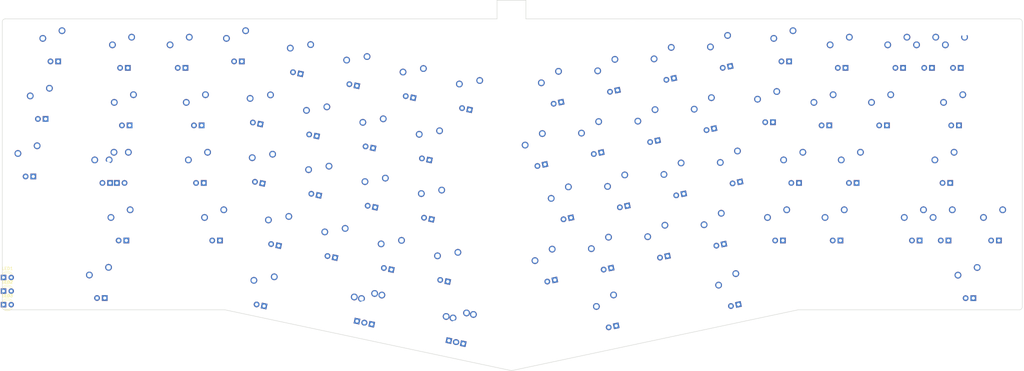
<source format=kicad_pcb>
(kicad_pcb (version 20171130) (host pcbnew "(5.1.4)-1")
  (layers (0 F.Cu signal) (31 B.Cu signal) (34 B.Paste user) (35 F.Paste user) (36 B.SilkS user) (37 F.SilkS user) (38 B.Mask user) (39 F.Mask user) (44 Edge.Cuts user))
  (net 0 "")
  (net 1 "Net-(LED1-Pad2)")
  (net 2 "Net-(LED1-Pad1)")
  (net 3 "Net-(LED2-Pad2)")
  (net 4 "Net-(LED2-Pad1)")
  (net 5 "Net-(LED3-Pad2)")
  (net 6 "Net-(LED3-Pad1)")
  (net 7 "Net-(MX1-Pad2)")
  (net 8 "Net-(MX1-Pad1)")
  (net 9 "Net-(MX2-Pad2)")
  (net 10 "Net-(MX2-Pad1)")
  (net 11 "Net-(MX3-Pad2)")
  (net 12 "Net-(MX3-Pad1)")
  (net 13 "Net-(MX4-Pad2)")
  (net 14 "Net-(MX4-Pad1)")
  (net 15 "Net-(MX9-Pad2)")
  (net 16 "Net-(MX9-Pad1)")
  (net 17 "Net-(MX5-Pad2)")
  (net 18 "Net-(MX5-Pad1)")
  (net 19 "Net-(MX6-Pad2)")
  (net 20 "Net-(MX6-Pad1)")
  (net 21 "Net-(MX7-Pad2)")
  (net 22 "Net-(MX7-Pad1)")
  (net 23 "Net-(MX8-Pad2)")
  (net 24 "Net-(MX8-Pad1)")
  (net 25 "Net-(MX10-Pad2)")
  (net 26 "Net-(MX10-Pad1)")
  (net 27 "Net-(MX11-Pad2)")
  (net 28 "Net-(MX11-Pad1)")
  (net 29 "Net-(MX12-Pad2)")
  (net 30 "Net-(MX12-Pad1)")
  (net 31 "Net-(B1-Pad2)")
  (net 32 "Net-(B1-Pad1)")
  (net 33 "Net-(B2-Pad2)")
  (net 34 "Net-(B2-Pad1)")
  (net 35 "Net-(B3-Pad2)")
  (net 36 "Net-(B3-Pad1)")
  (net 37 "Net-(B4-Pad2)")
  (net 38 "Net-(B4-Pad1)")
  (net 39 "Net-(B5-Pad2)")
  (net 40 "Net-(B5-Pad1)")
  (net 41 "Net-(B6-Pad2)")
  (net 42 "Net-(B6-Pad1)")
  (net 43 "Net-(B7-Pad2)")
  (net 44 "Net-(B7-Pad1)")
  (net 45 "Net-(B8-Pad2)")
  (net 46 "Net-(B8-Pad1)")
  (net 47 "Net-(B9-Pad2)")
  (net 48 "Net-(B9-Pad1)")
  (net 49 "Net-(B10-Pad2)")
  (net 50 "Net-(B10-Pad1)")
  (net 51 "Net-(B11-Pad2)")
  (net 52 "Net-(B11-Pad1)")
  (net 53 "Net-(B12-Pad2)")
  (net 54 "Net-(B12-Pad1)")
  (net 55 "Net-(MX13-Pad2)")
  (net 56 "Net-(MX13-Pad1)")
  (net 57 "Net-(MX14-Pad2)")
  (net 58 "Net-(MX14-Pad1)")
  (net 59 "Net-(MX15-Pad2)")
  (net 60 "Net-(MX15-Pad1)")
  (net 61 "Net-(MX16-Pad2)")
  (net 62 "Net-(MX16-Pad1)")
  (net 63 "Net-(MX17-Pad2)")
  (net 64 "Net-(MX17-Pad1)")
  (net 65 "Net-(B13-Pad2)")
  (net 66 "Net-(B13-Pad1)")
  (net 67 "Net-(B14-Pad2)")
  (net 68 "Net-(B14-Pad1)")
  (net 69 "Net-(B15-Pad2)")
  (net 70 "Net-(B15-Pad1)")
  (net 71 "Net-(B16-Pad2)")
  (net 72 "Net-(B16-Pad1)")
  (net 73 "Net-(B17-Pad2)")
  (net 74 "Net-(B17-Pad1)")
  (net 75 "Net-(MX18-Pad2)")
  (net 76 "Net-(MX18-Pad1)")
  (net 77 "Net-(MX19-Pad2)")
  (net 78 "Net-(MX19-Pad1)")
  (net 79 "Net-(MX20-Pad2)")
  (net 80 "Net-(MX20-Pad1)")
  (net 81 "Net-(MX21-Pad2)")
  (net 82 "Net-(MX21-Pad1)")
  (net 83 "Net-(B18-Pad2)")
  (net 84 "Net-(B18-Pad1)")
  (net 85 "Net-(B19-Pad2)")
  (net 86 "Net-(B19-Pad1)")
  (net 87 "Net-(B20-Pad2)")
  (net 88 "Net-(B20-Pad1)")
  (net 89 "Net-(B21-Pad2)")
  (net 90 "Net-(B21-Pad1)")
  (net 91 "Net-(MX22-Pad2)")
  (net 92 "Net-(MX22-Pad1)")
  (net 93 "Net-(MX23-Pad2)")
  (net 94 "Net-(MX23-Pad1)")
  (net 95 "Net-(MX24-Pad2)")
  (net 96 "Net-(MX24-Pad1)")
  (net 97 "Net-(MX25-Pad2)")
  (net 98 "Net-(MX25-Pad1)")
  (net 99 "Net-(B22-Pad2)")
  (net 100 "Net-(B22-Pad1)")
  (net 101 "Net-(B23-Pad2)")
  (net 102 "Net-(B23-Pad1)")
  (net 103 "Net-(B24-Pad2)")
  (net 104 "Net-(B24-Pad1)")
  (net 105 "Net-(B25-Pad2)")
  (net 106 "Net-(B25-Pad1)")
  (net 107 "Net-(MX26-Pad2)")
  (net 108 "Net-(MX26-Pad1)")
  (net 109 "Net-(B26-Pad2)")
  (net 110 "Net-(B26-Pad1)")
  (net 111 "Net-(MX27-Pad2)")
  (net 112 "Net-(MX27-Pad1)")
  (net 113 "Net-(MX28-Pad2)")
  (net 114 "Net-(MX28-Pad1)")
  (net 115 "Net-(MX29-Pad2)")
  (net 116 "Net-(MX29-Pad1)")
  (net 117 "Net-(MX30-Pad2)")
  (net 118 "Net-(MX30-Pad1)")
  (net 119 "Net-(MX31-Pad2)")
  (net 120 "Net-(MX31-Pad1)")
  (net 121 "Net-(MX32-Pad2)")
  (net 122 "Net-(MX32-Pad1)")
  (net 123 "Net-(B27-Pad2)")
  (net 124 "Net-(B27-Pad1)")
  (net 125 "Net-(B28-Pad2)")
  (net 126 "Net-(B28-Pad1)")
  (net 127 "Net-(B29-Pad2)")
  (net 128 "Net-(B29-Pad1)")
  (net 129 "Net-(B30-Pad2)")
  (net 130 "Net-(B30-Pad1)")
  (net 131 "Net-(B31-Pad2)")
  (net 132 "Net-(B31-Pad1)")
  (net 133 "Net-(B32-Pad2)")
  (net 134 "Net-(B32-Pad1)")
  (net 135 "Net-(MX33-Pad2)")
  (net 136 "Net-(MX33-Pad1)")
  (net 137 "Net-(MX34-Pad2)")
  (net 138 "Net-(MX34-Pad1)")
  (net 139 "Net-(MX35-Pad2)")
  (net 140 "Net-(MX35-Pad1)")
  (net 141 "Net-(MX36-Pad2)")
  (net 142 "Net-(MX36-Pad1)")
  (net 143 "Net-(MX37-Pad2)")
  (net 144 "Net-(MX37-Pad1)")
  (net 145 "Net-(MX38-Pad2)")
  (net 146 "Net-(MX38-Pad1)")
  (net 147 "Net-(MX39-Pad2)")
  (net 148 "Net-(MX39-Pad1)")
  (net 149 "Net-(MX40-Pad2)")
  (net 150 "Net-(MX40-Pad1)")
  (net 151 "Net-(MX41-Pad2)")
  (net 152 "Net-(MX41-Pad1)")
  (net 153 "Net-(B33-Pad2)")
  (net 154 "Net-(B33-Pad1)")
  (net 155 "Net-(B34-Pad2)")
  (net 156 "Net-(B34-Pad1)")
  (net 157 "Net-(B35-Pad2)")
  (net 158 "Net-(B35-Pad1)")
  (net 159 "Net-(B36-Pad2)")
  (net 160 "Net-(B36-Pad1)")
  (net 161 "Net-(B37-Pad2)")
  (net 162 "Net-(B37-Pad1)")
  (net 163 "Net-(B38-Pad2)")
  (net 164 "Net-(B38-Pad1)")
  (net 165 "Net-(B39-Pad2)")
  (net 166 "Net-(B39-Pad1)")
  (net 167 "Net-(B40-Pad2)")
  (net 168 "Net-(B40-Pad1)")
  (net 169 "Net-(B41-Pad2)")
  (net 170 "Net-(B41-Pad1)")
  (net 171 "Net-(MX42-Pad2)")
  (net 172 "Net-(MX42-Pad1)")
  (net 173 "Net-(MX43-Pad2)")
  (net 174 "Net-(MX43-Pad1)")
  (net 175 "Net-(MX44-Pad2)")
  (net 176 "Net-(MX44-Pad1)")
  (net 177 "Net-(MX45-Pad2)")
  (net 178 "Net-(MX45-Pad1)")
  (net 179 "Net-(B42-Pad2)")
  (net 180 "Net-(B42-Pad1)")
  (net 181 "Net-(B43-Pad2)")
  (net 182 "Net-(B43-Pad1)")
  (net 183 "Net-(B44-Pad2)")
  (net 184 "Net-(B44-Pad1)")
  (net 185 "Net-(B45-Pad2)")
  (net 186 "Net-(B45-Pad1)")
  (net 187 "Net-(MX46-Pad2)")
  (net 188 "Net-(MX46-Pad1)")
  (net 189 "Net-(MX47-Pad2)")
  (net 190 "Net-(MX47-Pad1)")
  (net 191 "Net-(MX48-Pad2)")
  (net 192 "Net-(MX48-Pad1)")
  (net 193 "Net-(MX49-Pad2)")
  (net 194 "Net-(MX49-Pad1)")
  (net 195 "Net-(MX50-Pad2)")
  (net 196 "Net-(MX50-Pad1)")
  (net 197 "Net-(B46-Pad2)")
  (net 198 "Net-(B46-Pad1)")
  (net 199 "Net-(B47-Pad2)")
  (net 200 "Net-(B47-Pad1)")
  (net 201 "Net-(B48-Pad2)")
  (net 202 "Net-(B48-Pad1)")
  (net 203 "Net-(B49-Pad2)")
  (net 204 "Net-(B49-Pad1)")
  (net 205 "Net-(B50-Pad2)")
  (net 206 "Net-(B50-Pad1)")
  (net 207 "Net-(MX51-Pad2)")
  (net 208 "Net-(MX51-Pad1)")
  (net 209 "Net-(MX52-Pad2)")
  (net 210 "Net-(MX52-Pad1)")
  (net 211 "Net-(MX53-Pad2)")
  (net 212 "Net-(MX53-Pad1)")
  (net 213 "Net-(MX54-Pad2)")
  (net 214 "Net-(MX54-Pad1)")
  (net 215 "Net-(MX55-Pad2)")
  (net 216 "Net-(MX55-Pad1)")
  (net 217 "Net-(MX56-Pad2)")
  (net 218 "Net-(MX56-Pad1)")
  (net 219 "Net-(MX57-Pad2)")
  (net 220 "Net-(MX57-Pad1)")
  (net 221 "Net-(MX58-Pad2)")
  (net 222 "Net-(MX58-Pad1)")
  (net 223 "Net-(B51-Pad2)")
  (net 224 "Net-(B51-Pad1)")
  (net 225 "Net-(B52-Pad2)")
  (net 226 "Net-(B52-Pad1)")
  (net 227 "Net-(B53-Pad2)")
  (net 228 "Net-(B53-Pad1)")
  (net 229 "Net-(B54-Pad2)")
  (net 230 "Net-(B54-Pad1)")
  (net 231 "Net-(B55-Pad2)")
  (net 232 "Net-(B55-Pad1)")
  (net 233 "Net-(B56-Pad2)")
  (net 234 "Net-(B56-Pad1)")
  (net 235 "Net-(B57-Pad2)")
  (net 236 "Net-(B57-Pad1)")
  (net 237 "Net-(B58-Pad2)")
  (net 238 "Net-(B58-Pad1)")
  (net 239 "Net-(MX59-Pad2)")
  (net 240 "Net-(MX59-Pad1)")
  (net 241 "Net-(MX60-Pad2)")
  (net 242 "Net-(MX60-Pad1)")
  (net 243 "Net-(MX61-Pad2)")
  (net 244 "Net-(MX61-Pad1)")
  (net 245 "Net-(MX62-Pad2)")
  (net 246 "Net-(MX62-Pad1)")
  (net 247 "Net-(MX63-Pad2)")
  (net 248 "Net-(MX63-Pad1)")
  (net 249 "Net-(MX64-Pad2)")
  (net 250 "Net-(MX64-Pad1)")
  (net 251 "Net-(MX59A2-Pad2)")
  (net 252 "Net-(MX59A2-Pad1)")
  (net 253 "Net-(MX62A2-Pad2)")
  (net 254 "Net-(MX62A2-Pad1)")
  (net 255 "Net-(B59-Pad2)")
  (net 256 "Net-(B59-Pad1)")
  (net 257 "Net-(B60-Pad2)")
  (net 258 "Net-(B60-Pad1)")
  (net 259 "Net-(B61-Pad2)")
  (net 260 "Net-(B61-Pad1)")
  (net 261 "Net-(B62-Pad2)")
  (net 262 "Net-(B62-Pad1)")
  (net 263 "Net-(B63-Pad2)")
  (net 264 "Net-(B63-Pad1)")
  (net 265 "Net-(B64-Pad2)")
  (net 266 "Net-(B64-Pad1)")
  (net 267 "Net-(B59A1-Pad2)")
  (net 268 "Net-(B59A1-Pad1)")
  (net 269 "Net-(B59A2-Pad2)")
  (net 270 "Net-(B59A2-Pad1)")
  (net 271 "Net-(B62A1-Pad2)")
  (net 272 "Net-(B62A1-Pad1)")
  (net 273 "Net-(B62A2-Pad2)")
  (net 274 "Net-(B62A2-Pad1)")
  (module MX_Alps:MXOnly-2.75U-NoLED (layer F.Cu) (at 263.072459 -42.065934)
    (fp_text reference MX62)
    (fp_text value MX-NoLED)
    (pad 2 thru_hole circle (at 2.54 -5.08) (size 2.25 2.25) (drill 1.47) (layers *.Cu B.Mask) (net 245 "Net-(MX62-Pad2)"))
    (pad "" np_thru_hole circle (at 0 0) (size 3.9878 3.9878) (drill 3.9878) (layers *.Cu *.Mask))
    (pad 1 thru_hole circle (at -3.81 -2.54) (size 2.25 2.25) (drill 1.47) (layers *.Cu B.Mask) (net 246 "Net-(MX62-Pad1)"))
    (pad "" np_thru_hole circle (at -5.08 0 48.0996) (size 1.75 1.75) (drill 1.75) (layers *.Cu *.Mask))
    (pad "" np_thru_hole circle (at 5.08 0 48.0996) (size 1.75 1.75) (drill 1.75) (layers *.Cu *.Mask))
    (pad "" np_thru_hole circle (at -11.90625 -6.985) (size 3.048 3.048) (drill 3.048) (layers *.Cu *.Mask))
    (pad "" np_thru_hole circle (at 11.90625 -6.985) (size 3.048 3.048) (drill 3.048) (layers *.Cu *.Mask))
    (pad "" np_thru_hole circle (at -11.90625 8.255) (size 3.9878 3.9878) (drill 3.9878) (layers *.Cu *.Mask))
    (pad "" np_thru_hole circle (at 11.90625 8.255) (size 3.9878 3.9878) (drill 3.9878) (layers *.Cu *.Mask))
  )
  (module MX_Alps:MXOnly-2U-NoLED (layer F.Cu) (at 257.607459 -99.21875)
    (fp_text reference MX59)
    (fp_text value MX-NoLED)
    (pad 2 thru_hole circle (at 2.54 -5.08) (size 2.25 2.25) (drill 1.47) (layers *.Cu B.Mask) (net 239 "Net-(MX59-Pad2)"))
    (pad "" np_thru_hole circle (at 0 0) (size 3.9878 3.9878) (drill 3.9878) (layers *.Cu *.Mask))
    (pad 1 thru_hole circle (at -3.81 -2.54) (size 2.25 2.25) (drill 1.47) (layers *.Cu B.Mask) (net 240 "Net-(MX59-Pad1)"))
    (pad "" np_thru_hole circle (at -5.08 0 48.0996) (size 1.75 1.75) (drill 1.75) (layers *.Cu *.Mask))
    (pad "" np_thru_hole circle (at 5.08 0 48.0996) (size 1.75 1.75) (drill 1.75) (layers *.Cu *.Mask))
    (pad "" np_thru_hole circle (at -11.90625 -6.985) (size 3.048 3.048) (drill 3.048) (layers *.Cu *.Mask))
    (pad "" np_thru_hole circle (at 11.90625 -6.985) (size 3.048 3.048) (drill 3.048) (layers *.Cu *.Mask))
    (pad "" np_thru_hole circle (at -11.90625 8.255) (size 3.9878 3.9878) (drill 3.9878) (layers *.Cu *.Mask))
    (pad "" np_thru_hole circle (at 11.90625 8.255) (size 3.9878 3.9878) (drill 3.9878) (layers *.Cu *.Mask))
  )
  (module MX_Alps:MXOnly-LEDONLY (layer F.Cu) (at 279.741459 -42.065934)
    (fp_text reference B62A2)
    (fp_text value LED)
    (pad 2 thru_hole rect (at 1.27 5.08) (size 1.905 1.905) (drill 1.04) (layers *.Cu *.Mask) (net 273 "Net-(B62A2-Pad2)"))
    (pad 1 thru_hole circle (at -1.27 5.08) (size 1.905 1.905) (drill 1.04) (layers *.Cu *.Mask) (net 274 "Net-(B62A2-Pad1)"))
  )
  (module MX_Alps:MXOnly-LEDONLY (layer F.Cu) (at 253.547459 -42.065934)
    (fp_text reference B62A1)
    (fp_text value LED)
    (pad 2 thru_hole rect (at 1.27 5.08) (size 1.905 1.905) (drill 1.04) (layers *.Cu *.Mask) (net 271 "Net-(B62A1-Pad2)"))
    (pad 1 thru_hole circle (at -1.27 5.08) (size 1.905 1.905) (drill 1.04) (layers *.Cu *.Mask) (net 272 "Net-(B62A1-Pad1)"))
  )
  (module MX_Alps:MXOnly-LEDONLY (layer F.Cu) (at 267.132459 -99.215934)
    (fp_text reference B59A2)
    (fp_text value LED)
    (pad 2 thru_hole rect (at 1.27 5.08) (size 1.905 1.905) (drill 1.04) (layers *.Cu *.Mask) (net 269 "Net-(B59A2-Pad2)"))
    (pad 1 thru_hole circle (at -1.27 5.08) (size 1.905 1.905) (drill 1.04) (layers *.Cu *.Mask) (net 270 "Net-(B59A2-Pad1)"))
  )
  (module MX_Alps:MXOnly-LEDONLY (layer F.Cu) (at 248.082459 -99.215934)
    (fp_text reference B59A1)
    (fp_text value LED)
    (pad 2 thru_hole rect (at 1.27 5.08) (size 1.905 1.905) (drill 1.04) (layers *.Cu *.Mask) (net 267 "Net-(B59A1-Pad2)"))
    (pad 1 thru_hole circle (at -1.27 5.08) (size 1.905 1.905) (drill 1.04) (layers *.Cu *.Mask) (net 268 "Net-(B59A1-Pad1)"))
  )
  (module MX_Alps:MXOnly-LEDONLY (layer F.Cu) (at 271.298459 -22.967934)
    (fp_text reference B64)
    (fp_text value LED)
    (pad 2 thru_hole rect (at 1.27 5.08) (size 1.905 1.905) (drill 1.04) (layers *.Cu *.Mask) (net 265 "Net-(B64-Pad2)"))
    (pad 1 thru_hole circle (at -1.27 5.08) (size 1.905 1.905) (drill 1.04) (layers *.Cu *.Mask) (net 266 "Net-(B64-Pad1)"))
  )
  (module MX_Alps:MXOnly-LEDONLY (layer F.Cu) (at 266.542459 -80.165934)
    (fp_text reference B63)
    (fp_text value LED)
    (pad 2 thru_hole rect (at 1.27 5.08) (size 1.905 1.905) (drill 1.04) (layers *.Cu *.Mask) (net 263 "Net-(B63-Pad2)"))
    (pad 1 thru_hole circle (at -1.27 5.08) (size 1.905 1.905) (drill 1.04) (layers *.Cu *.Mask) (net 264 "Net-(B63-Pad1)"))
  )
  (module MX_Alps:MXOnly-LEDONLY (layer F.Cu) (at 263.072459 -42.065934)
    (fp_text reference B62)
    (fp_text value LED)
    (pad 2 thru_hole rect (at 1.27 5.08) (size 1.905 1.905) (drill 1.04) (layers *.Cu *.Mask) (net 261 "Net-(B62-Pad2)"))
    (pad 1 thru_hole circle (at -1.27 5.08) (size 1.905 1.905) (drill 1.04) (layers *.Cu *.Mask) (net 262 "Net-(B62-Pad1)"))
  )
  (module MX_Alps:MXOnly-LEDONLY (layer F.Cu) (at 263.662459 -61.115934)
    (fp_text reference B61)
    (fp_text value LED)
    (pad 2 thru_hole rect (at 1.27 5.08) (size 1.905 1.905) (drill 1.04) (layers *.Cu *.Mask) (net 259 "Net-(B61-Pad2)"))
    (pad 1 thru_hole circle (at -1.27 5.08) (size 1.905 1.905) (drill 1.04) (layers *.Cu *.Mask) (net 260 "Net-(B61-Pad1)"))
  )
  (module MX_Alps:MXOnly-LEDONLY (layer F.Cu) (at 242.722459 -80.165934)
    (fp_text reference B60)
    (fp_text value LED)
    (pad 2 thru_hole rect (at 1.27 5.08) (size 1.905 1.905) (drill 1.04) (layers *.Cu *.Mask) (net 257 "Net-(B60-Pad2)"))
    (pad 1 thru_hole circle (at -1.27 5.08) (size 1.905 1.905) (drill 1.04) (layers *.Cu *.Mask) (net 258 "Net-(B60-Pad1)"))
  )
  (module MX_Alps:MXOnly-LEDONLY (layer F.Cu) (at 257.607459 -99.21875)
    (fp_text reference B59)
    (fp_text value LED)
    (pad 2 thru_hole rect (at 1.27 5.08) (size 1.905 1.905) (drill 1.04) (layers *.Cu *.Mask) (net 255 "Net-(B59-Pad2)"))
    (pad 1 thru_hole circle (at -1.27 5.08) (size 1.905 1.905) (drill 1.04) (layers *.Cu *.Mask) (net 256 "Net-(B59-Pad1)"))
  )
  (module MX_Alps:MXOnly-1U-NoLED (layer F.Cu) (at 279.741459 -42.065934)
    (fp_text reference MX62A2)
    (fp_text value MX-NoLED)
    (pad 2 thru_hole circle (at 2.54 -5.08) (size 2.25 2.25) (drill 1.47) (layers *.Cu B.Mask) (net 253 "Net-(MX62A2-Pad2)"))
    (pad "" np_thru_hole circle (at 0 0) (size 3.9878 3.9878) (drill 3.9878) (layers *.Cu *.Mask))
    (pad 1 thru_hole circle (at -3.81 -2.54) (size 2.25 2.25) (drill 1.47) (layers *.Cu B.Mask) (net 254 "Net-(MX62A2-Pad1)"))
    (pad "" np_thru_hole circle (at -5.08 0 48.0996) (size 1.75 1.75) (drill 1.75) (layers *.Cu *.Mask))
    (pad "" np_thru_hole circle (at 5.08 0 48.0996) (size 1.75 1.75) (drill 1.75) (layers *.Cu *.Mask))
  )
  (module MX_Alps:MXOnly-1.75U-NoLED (layer F.Cu) (at 253.547459 -42.065934)
    (fp_text reference MX62A1)
    (fp_text value MX-NoLED)
    (pad 2 thru_hole circle (at 2.54 -5.08) (size 2.25 2.25) (drill 1.47) (layers *.Cu B.Mask) (net 245 "Net-(MX62-Pad2)"))
    (pad "" np_thru_hole circle (at 0 0) (size 3.9878 3.9878) (drill 3.9878) (layers *.Cu *.Mask))
    (pad 1 thru_hole circle (at -3.81 -2.54) (size 2.25 2.25) (drill 1.47) (layers *.Cu B.Mask) (net 246 "Net-(MX62-Pad1)"))
    (pad "" np_thru_hole circle (at -5.08 0 48.0996) (size 1.75 1.75) (drill 1.75) (layers *.Cu *.Mask))
    (pad "" np_thru_hole circle (at 5.08 0 48.0996) (size 1.75 1.75) (drill 1.75) (layers *.Cu *.Mask))
  )
  (module MX_Alps:MXOnly-1U-NoLED (layer F.Cu) (at 267.132459 -99.215934)
    (fp_text reference MX59A2)
    (fp_text value MX-NoLED)
    (pad 2 thru_hole circle (at 2.54 -5.08) (size 2.25 2.25) (drill 1.47) (layers *.Cu B.Mask) (net 251 "Net-(MX59A2-Pad2)"))
    (pad "" np_thru_hole circle (at 0 0) (size 3.9878 3.9878) (drill 3.9878) (layers *.Cu *.Mask))
    (pad 1 thru_hole circle (at -3.81 -2.54) (size 2.25 2.25) (drill 1.47) (layers *.Cu B.Mask) (net 252 "Net-(MX59A2-Pad1)"))
    (pad "" np_thru_hole circle (at -5.08 0 48.0996) (size 1.75 1.75) (drill 1.75) (layers *.Cu *.Mask))
    (pad "" np_thru_hole circle (at 5.08 0 48.0996) (size 1.75 1.75) (drill 1.75) (layers *.Cu *.Mask))
  )
  (module MX_Alps:MXOnly-1U-NoLED (layer F.Cu) (at 248.082459 -99.215934)
    (fp_text reference MX59A1)
    (fp_text value MX-NoLED)
    (pad 2 thru_hole circle (at 2.54 -5.08) (size 2.25 2.25) (drill 1.47) (layers *.Cu B.Mask) (net 239 "Net-(MX59-Pad2)"))
    (pad "" np_thru_hole circle (at 0 0) (size 3.9878 3.9878) (drill 3.9878) (layers *.Cu *.Mask))
    (pad 1 thru_hole circle (at -3.81 -2.54) (size 2.25 2.25) (drill 1.47) (layers *.Cu B.Mask) (net 240 "Net-(MX59-Pad1)"))
    (pad "" np_thru_hole circle (at -5.08 0 48.0996) (size 1.75 1.75) (drill 1.75) (layers *.Cu *.Mask))
    (pad "" np_thru_hole circle (at 5.08 0 48.0996) (size 1.75 1.75) (drill 1.75) (layers *.Cu *.Mask))
  )
  (module MX_Alps:MXOnly-1.5U-NoLED (layer F.Cu) (at 271.298459 -22.967934)
    (fp_text reference MX64)
    (fp_text value MX-NoLED)
    (pad 2 thru_hole circle (at 2.54 -5.08) (size 2.25 2.25) (drill 1.47) (layers *.Cu B.Mask) (net 249 "Net-(MX64-Pad2)"))
    (pad "" np_thru_hole circle (at 0 0) (size 3.9878 3.9878) (drill 3.9878) (layers *.Cu *.Mask))
    (pad 1 thru_hole circle (at -3.81 -2.54) (size 2.25 2.25) (drill 1.47) (layers *.Cu B.Mask) (net 250 "Net-(MX64-Pad1)"))
    (pad "" np_thru_hole circle (at -5.08 0 48.0996) (size 1.75 1.75) (drill 1.75) (layers *.Cu *.Mask))
    (pad "" np_thru_hole circle (at 5.08 0 48.0996) (size 1.75 1.75) (drill 1.75) (layers *.Cu *.Mask))
  )
  (module MX_Alps:MXOnly-1.5U-NoLED (layer F.Cu) (at 266.542459 -80.165934)
    (fp_text reference MX63)
    (fp_text value MX-NoLED)
    (pad 2 thru_hole circle (at 2.54 -5.08) (size 2.25 2.25) (drill 1.47) (layers *.Cu B.Mask) (net 247 "Net-(MX63-Pad2)"))
    (pad "" np_thru_hole circle (at 0 0) (size 3.9878 3.9878) (drill 3.9878) (layers *.Cu *.Mask))
    (pad 1 thru_hole circle (at -3.81 -2.54) (size 2.25 2.25) (drill 1.47) (layers *.Cu B.Mask) (net 248 "Net-(MX63-Pad1)"))
    (pad "" np_thru_hole circle (at -5.08 0 48.0996) (size 1.75 1.75) (drill 1.75) (layers *.Cu *.Mask))
    (pad "" np_thru_hole circle (at 5.08 0 48.0996) (size 1.75 1.75) (drill 1.75) (layers *.Cu *.Mask))
  )
  (module MX_Alps:MXOnly-2.25U-ReversedStabilizers-NoLED (layer F.Cu) (at 263.662459 -61.115934)
    (fp_text reference MX61)
    (fp_text value MX-NoLED)
    (pad 2 thru_hole circle (at 2.54 -5.08) (size 2.25 2.25) (drill 1.47) (layers *.Cu B.Mask) (net 243 "Net-(MX61-Pad2)"))
    (pad "" np_thru_hole circle (at 0 0) (size 3.9878 3.9878) (drill 3.9878) (layers *.Cu *.Mask))
    (pad 1 thru_hole circle (at -3.81 -2.54) (size 2.25 2.25) (drill 1.47) (layers *.Cu B.Mask) (net 244 "Net-(MX61-Pad1)"))
    (pad "" np_thru_hole circle (at -5.08 0 48.0996) (size 1.75 1.75) (drill 1.75) (layers *.Cu *.Mask))
    (pad "" np_thru_hole circle (at 5.08 0 48.0996) (size 1.75 1.75) (drill 1.75) (layers *.Cu *.Mask))
    (pad "" np_thru_hole circle (at -11.90625 6.985) (size 3.048 3.048) (drill 3.048) (layers *.Cu *.Mask))
    (pad "" np_thru_hole circle (at 11.90625 6.985) (size 3.048 3.048) (drill 3.048) (layers *.Cu *.Mask))
    (pad "" np_thru_hole circle (at -11.90625 -8.255) (size 3.9878 3.9878) (drill 3.9878) (layers *.Cu *.Mask))
    (pad "" np_thru_hole circle (at 11.90625 -8.255) (size 3.9878 3.9878) (drill 3.9878) (layers *.Cu *.Mask))
  )
  (module MX_Alps:MXOnly-1U-NoLED (layer F.Cu) (at 242.722459 -80.165934)
    (fp_text reference MX60)
    (fp_text value MX-NoLED)
    (pad 2 thru_hole circle (at 2.54 -5.08) (size 2.25 2.25) (drill 1.47) (layers *.Cu B.Mask) (net 241 "Net-(MX60-Pad2)"))
    (pad "" np_thru_hole circle (at 0 0) (size 3.9878 3.9878) (drill 3.9878) (layers *.Cu *.Mask))
    (pad 1 thru_hole circle (at -3.81 -2.54) (size 2.25 2.25) (drill 1.47) (layers *.Cu B.Mask) (net 242 "Net-(MX60-Pad1)"))
    (pad "" np_thru_hole circle (at -5.08 0 48.0996) (size 1.75 1.75) (drill 1.75) (layers *.Cu *.Mask))
    (pad "" np_thru_hole circle (at 5.08 0 48.0996) (size 1.75 1.75) (drill 1.75) (layers *.Cu *.Mask))
  )
  (module MX_Alps:MXOnly-LEDONLY (layer F.Cu) (at 227.352459 -42.065934)
    (fp_text reference B58)
    (fp_text value LED)
    (pad 2 thru_hole rect (at 1.27 5.08) (size 1.905 1.905) (drill 1.04) (layers *.Cu *.Mask) (net 237 "Net-(B58-Pad2)"))
    (pad 1 thru_hole circle (at -1.27 5.08) (size 1.905 1.905) (drill 1.04) (layers *.Cu *.Mask) (net 238 "Net-(B58-Pad1)"))
  )
  (module MX_Alps:MXOnly-LEDONLY (layer F.Cu) (at 232.712459 -61.115934)
    (fp_text reference B57)
    (fp_text value LED)
    (pad 2 thru_hole rect (at 1.27 5.08) (size 1.905 1.905) (drill 1.04) (layers *.Cu *.Mask) (net 235 "Net-(B57-Pad2)"))
    (pad 1 thru_hole circle (at -1.27 5.08) (size 1.905 1.905) (drill 1.04) (layers *.Cu *.Mask) (net 236 "Net-(B57-Pad1)"))
  )
  (module MX_Alps:MXOnly-LEDONLY (layer F.Cu) (at 223.672459 -80.165934)
    (fp_text reference B56)
    (fp_text value LED)
    (pad 2 thru_hole rect (at 1.27 5.08) (size 1.905 1.905) (drill 1.04) (layers *.Cu *.Mask) (net 233 "Net-(B56-Pad2)"))
    (pad 1 thru_hole circle (at -1.27 5.08) (size 1.905 1.905) (drill 1.04) (layers *.Cu *.Mask) (net 234 "Net-(B56-Pad1)"))
  )
  (module MX_Alps:MXOnly-LEDONLY (layer F.Cu) (at 229.032459 -99.215934)
    (fp_text reference B55)
    (fp_text value LED)
    (pad 2 thru_hole rect (at 1.27 5.08) (size 1.905 1.905) (drill 1.04) (layers *.Cu *.Mask) (net 231 "Net-(B55-Pad2)"))
    (pad 1 thru_hole circle (at -1.27 5.08) (size 1.905 1.905) (drill 1.04) (layers *.Cu *.Mask) (net 232 "Net-(B55-Pad1)"))
  )
  (module MX_Alps:MXOnly-LEDONLY (layer F.Cu) (at 208.334459 -42.065934)
    (fp_text reference B54)
    (fp_text value LED)
    (pad 2 thru_hole rect (at 1.27 5.08) (size 1.905 1.905) (drill 1.04) (layers *.Cu *.Mask) (net 229 "Net-(B54-Pad2)"))
    (pad 1 thru_hole circle (at -1.27 5.08) (size 1.905 1.905) (drill 1.04) (layers *.Cu *.Mask) (net 230 "Net-(B54-Pad1)"))
  )
  (module MX_Alps:MXOnly-LEDONLY (layer F.Cu) (at 213.662459 -61.115934)
    (fp_text reference B53)
    (fp_text value LED)
    (pad 2 thru_hole rect (at 1.27 5.08) (size 1.905 1.905) (drill 1.04) (layers *.Cu *.Mask) (net 227 "Net-(B53-Pad2)"))
    (pad 1 thru_hole circle (at -1.27 5.08) (size 1.905 1.905) (drill 1.04) (layers *.Cu *.Mask) (net 228 "Net-(B53-Pad1)"))
  )
  (module MX_Alps:MXOnly-LEDONLY (layer F.Cu) (at 205.042459 -81.225934)
    (fp_text reference B52)
    (fp_text value LED)
    (pad 2 thru_hole rect (at 1.27 5.08) (size 1.905 1.905) (drill 1.04) (layers *.Cu *.Mask) (net 225 "Net-(B52-Pad2)"))
    (pad 1 thru_hole circle (at -1.27 5.08) (size 1.905 1.905) (drill 1.04) (layers *.Cu *.Mask) (net 226 "Net-(B52-Pad1)"))
  )
  (module MX_Alps:MXOnly-LEDONLY (layer F.Cu) (at 210.402459 -101.355934)
    (fp_text reference B51)
    (fp_text value LED)
    (pad 2 thru_hole rect (at 1.27 5.08) (size 1.905 1.905) (drill 1.04) (layers *.Cu *.Mask) (net 223 "Net-(B51-Pad2)"))
    (pad 1 thru_hole circle (at -1.27 5.08) (size 1.905 1.905) (drill 1.04) (layers *.Cu *.Mask) (net 224 "Net-(B51-Pad1)"))
  )
  (module MX_Alps:MXOnly-1U-NoLED (layer F.Cu) (at 227.352459 -42.065934)
    (fp_text reference MX58)
    (fp_text value MX-NoLED)
    (pad 2 thru_hole circle (at 2.54 -5.08) (size 2.25 2.25) (drill 1.47) (layers *.Cu B.Mask) (net 221 "Net-(MX58-Pad2)"))
    (pad "" np_thru_hole circle (at 0 0) (size 3.9878 3.9878) (drill 3.9878) (layers *.Cu *.Mask))
    (pad 1 thru_hole circle (at -3.81 -2.54) (size 2.25 2.25) (drill 1.47) (layers *.Cu B.Mask) (net 222 "Net-(MX58-Pad1)"))
    (pad "" np_thru_hole circle (at -5.08 0 48.0996) (size 1.75 1.75) (drill 1.75) (layers *.Cu *.Mask))
    (pad "" np_thru_hole circle (at 5.08 0 48.0996) (size 1.75 1.75) (drill 1.75) (layers *.Cu *.Mask))
  )
  (module MX_Alps:MXOnly-1U-NoLED (layer F.Cu) (at 232.712459 -61.115934)
    (fp_text reference MX57)
    (fp_text value MX-NoLED)
    (pad 2 thru_hole circle (at 2.54 -5.08) (size 2.25 2.25) (drill 1.47) (layers *.Cu B.Mask) (net 219 "Net-(MX57-Pad2)"))
    (pad "" np_thru_hole circle (at 0 0) (size 3.9878 3.9878) (drill 3.9878) (layers *.Cu *.Mask))
    (pad 1 thru_hole circle (at -3.81 -2.54) (size 2.25 2.25) (drill 1.47) (layers *.Cu B.Mask) (net 220 "Net-(MX57-Pad1)"))
    (pad "" np_thru_hole circle (at -5.08 0 48.0996) (size 1.75 1.75) (drill 1.75) (layers *.Cu *.Mask))
    (pad "" np_thru_hole circle (at 5.08 0 48.0996) (size 1.75 1.75) (drill 1.75) (layers *.Cu *.Mask))
  )
  (module MX_Alps:MXOnly-1U-NoLED (layer F.Cu) (at 223.672459 -80.165934)
    (fp_text reference MX56)
    (fp_text value MX-NoLED)
    (pad 2 thru_hole circle (at 2.54 -5.08) (size 2.25 2.25) (drill 1.47) (layers *.Cu B.Mask) (net 217 "Net-(MX56-Pad2)"))
    (pad "" np_thru_hole circle (at 0 0) (size 3.9878 3.9878) (drill 3.9878) (layers *.Cu *.Mask))
    (pad 1 thru_hole circle (at -3.81 -2.54) (size 2.25 2.25) (drill 1.47) (layers *.Cu B.Mask) (net 218 "Net-(MX56-Pad1)"))
    (pad "" np_thru_hole circle (at -5.08 0 48.0996) (size 1.75 1.75) (drill 1.75) (layers *.Cu *.Mask))
    (pad "" np_thru_hole circle (at 5.08 0 48.0996) (size 1.75 1.75) (drill 1.75) (layers *.Cu *.Mask))
  )
  (module MX_Alps:MXOnly-1U-NoLED (layer F.Cu) (at 229.032459 -99.215934)
    (fp_text reference MX55)
    (fp_text value MX-NoLED)
    (pad 2 thru_hole circle (at 2.54 -5.08) (size 2.25 2.25) (drill 1.47) (layers *.Cu B.Mask) (net 215 "Net-(MX55-Pad2)"))
    (pad "" np_thru_hole circle (at 0 0) (size 3.9878 3.9878) (drill 3.9878) (layers *.Cu *.Mask))
    (pad 1 thru_hole circle (at -3.81 -2.54) (size 2.25 2.25) (drill 1.47) (layers *.Cu B.Mask) (net 216 "Net-(MX55-Pad1)"))
    (pad "" np_thru_hole circle (at -5.08 0 48.0996) (size 1.75 1.75) (drill 1.75) (layers *.Cu *.Mask))
    (pad "" np_thru_hole circle (at 5.08 0 48.0996) (size 1.75 1.75) (drill 1.75) (layers *.Cu *.Mask))
  )
  (module MX_Alps:MXOnly-1U-NoLED (layer F.Cu) (at 208.334459 -42.065934)
    (fp_text reference MX54)
    (fp_text value MX-NoLED)
    (pad 2 thru_hole circle (at 2.54 -5.08) (size 2.25 2.25) (drill 1.47) (layers *.Cu B.Mask) (net 213 "Net-(MX54-Pad2)"))
    (pad "" np_thru_hole circle (at 0 0) (size 3.9878 3.9878) (drill 3.9878) (layers *.Cu *.Mask))
    (pad 1 thru_hole circle (at -3.81 -2.54) (size 2.25 2.25) (drill 1.47) (layers *.Cu B.Mask) (net 214 "Net-(MX54-Pad1)"))
    (pad "" np_thru_hole circle (at -5.08 0 48.0996) (size 1.75 1.75) (drill 1.75) (layers *.Cu *.Mask))
    (pad "" np_thru_hole circle (at 5.08 0 48.0996) (size 1.75 1.75) (drill 1.75) (layers *.Cu *.Mask))
  )
  (module MX_Alps:MXOnly-1U-NoLED (layer F.Cu) (at 213.662459 -61.115934)
    (fp_text reference MX53)
    (fp_text value MX-NoLED)
    (pad 2 thru_hole circle (at 2.54 -5.08) (size 2.25 2.25) (drill 1.47) (layers *.Cu B.Mask) (net 211 "Net-(MX53-Pad2)"))
    (pad "" np_thru_hole circle (at 0 0) (size 3.9878 3.9878) (drill 3.9878) (layers *.Cu *.Mask))
    (pad 1 thru_hole circle (at -3.81 -2.54) (size 2.25 2.25) (drill 1.47) (layers *.Cu B.Mask) (net 212 "Net-(MX53-Pad1)"))
    (pad "" np_thru_hole circle (at -5.08 0 48.0996) (size 1.75 1.75) (drill 1.75) (layers *.Cu *.Mask))
    (pad "" np_thru_hole circle (at 5.08 0 48.0996) (size 1.75 1.75) (drill 1.75) (layers *.Cu *.Mask))
  )
  (module MX_Alps:MXOnly-1U-NoLED (layer F.Cu) (at 205.042459 -81.225934)
    (fp_text reference MX52)
    (fp_text value MX-NoLED)
    (pad 2 thru_hole circle (at 2.54 -5.08) (size 2.25 2.25) (drill 1.47) (layers *.Cu B.Mask) (net 209 "Net-(MX52-Pad2)"))
    (pad "" np_thru_hole circle (at 0 0) (size 3.9878 3.9878) (drill 3.9878) (layers *.Cu *.Mask))
    (pad 1 thru_hole circle (at -3.81 -2.54) (size 2.25 2.25) (drill 1.47) (layers *.Cu B.Mask) (net 210 "Net-(MX52-Pad1)"))
    (pad "" np_thru_hole circle (at -5.08 0 48.0996) (size 1.75 1.75) (drill 1.75) (layers *.Cu *.Mask))
    (pad "" np_thru_hole circle (at 5.08 0 48.0996) (size 1.75 1.75) (drill 1.75) (layers *.Cu *.Mask))
  )
  (module MX_Alps:MXOnly-1U-NoLED (layer F.Cu) (at 210.402459 -101.355934)
    (fp_text reference MX51)
    (fp_text value MX-NoLED)
    (pad 2 thru_hole circle (at 2.54 -5.08) (size 2.25 2.25) (drill 1.47) (layers *.Cu B.Mask) (net 207 "Net-(MX51-Pad2)"))
    (pad "" np_thru_hole circle (at 0 0) (size 3.9878 3.9878) (drill 3.9878) (layers *.Cu *.Mask))
    (pad 1 thru_hole circle (at -3.81 -2.54) (size 2.25 2.25) (drill 1.47) (layers *.Cu B.Mask) (net 208 "Net-(MX51-Pad1)"))
    (pad "" np_thru_hole circle (at -5.08 0 48.0996) (size 1.75 1.75) (drill 1.75) (layers *.Cu *.Mask))
    (pad "" np_thru_hole circle (at 5.08 0 48.0996) (size 1.75 1.75) (drill 1.75) (layers *.Cu *.Mask))
  )
  (module MX_Alps:MXOnly-LEDONLY (layer F.Cu) (at 192.612459 -20.515934 12)
    (fp_text reference B50)
    (fp_text value LED)
    (pad 2 thru_hole rect (at 1.27 5.08 12) (size 1.905 1.905) (drill 1.04) (layers *.Cu *.Mask) (net 205 "Net-(B50-Pad2)"))
    (pad 1 thru_hole circle (at -1.27 5.08 12) (size 1.905 1.905) (drill 1.04) (layers *.Cu *.Mask) (net 206 "Net-(B50-Pad1)"))
  )
  (module MX_Alps:MXOnly-LEDONLY (layer F.Cu) (at 187.802459 -40.505934 12)
    (fp_text reference B49)
    (fp_text value LED)
    (pad 2 thru_hole rect (at 1.27 5.08 12) (size 1.905 1.905) (drill 1.04) (layers *.Cu *.Mask) (net 203 "Net-(B49-Pad2)"))
    (pad 1 thru_hole circle (at -1.27 5.08 12) (size 1.905 1.905) (drill 1.04) (layers *.Cu *.Mask) (net 204 "Net-(B49-Pad1)"))
  )
  (module MX_Alps:MXOnly-LEDONLY (layer F.Cu) (at 193.162459 -61.115934 12)
    (fp_text reference B48)
    (fp_text value LED)
    (pad 2 thru_hole rect (at 1.27 5.08 12) (size 1.905 1.905) (drill 1.04) (layers *.Cu *.Mask) (net 201 "Net-(B48-Pad2)"))
    (pad 1 thru_hole circle (at -1.27 5.08 12) (size 1.905 1.905) (drill 1.04) (layers *.Cu *.Mask) (net 202 "Net-(B48-Pad1)"))
  )
  (module MX_Alps:MXOnly-LEDONLY (layer F.Cu) (at 184.542459 -78.765934 12)
    (fp_text reference B47)
    (fp_text value LED)
    (pad 2 thru_hole rect (at 1.27 5.08 12) (size 1.905 1.905) (drill 1.04) (layers *.Cu *.Mask) (net 199 "Net-(B47-Pad2)"))
    (pad 1 thru_hole circle (at -1.27 5.08 12) (size 1.905 1.905) (drill 1.04) (layers *.Cu *.Mask) (net 200 "Net-(B47-Pad1)"))
  )
  (module MX_Alps:MXOnly-LEDONLY (layer F.Cu) (at 189.902459 -99.375934 12)
    (fp_text reference B46)
    (fp_text value LED)
    (pad 2 thru_hole rect (at 1.27 5.08 12) (size 1.905 1.905) (drill 1.04) (layers *.Cu *.Mask) (net 197 "Net-(B46-Pad2)"))
    (pad 1 thru_hole circle (at -1.27 5.08 12) (size 1.905 1.905) (drill 1.04) (layers *.Cu *.Mask) (net 198 "Net-(B46-Pad1)"))
  )
  (module MX_Alps:MXOnly-1.5U-NoLED (layer F.Cu) (at 192.612459 -20.515934 12)
    (fp_text reference MX50)
    (fp_text value MX-NoLED)
    (pad 2 thru_hole circle (at 2.54 -5.08 12) (size 2.25 2.25) (drill 1.47) (layers *.Cu B.Mask) (net 195 "Net-(MX50-Pad2)"))
    (pad "" np_thru_hole circle (at 0 0 12) (size 3.9878 3.9878) (drill 3.9878) (layers *.Cu *.Mask))
    (pad 1 thru_hole circle (at -3.81 -2.54 12) (size 2.25 2.25) (drill 1.47) (layers *.Cu B.Mask) (net 196 "Net-(MX50-Pad1)"))
    (pad "" np_thru_hole circle (at -5.08 0 60.0996) (size 1.75 1.75) (drill 1.75) (layers *.Cu *.Mask))
    (pad "" np_thru_hole circle (at 5.08 0 60.0996) (size 1.75 1.75) (drill 1.75) (layers *.Cu *.Mask))
  )
  (module MX_Alps:MXOnly-1U-NoLED (layer F.Cu) (at 187.802459 -40.505934 12)
    (fp_text reference MX49)
    (fp_text value MX-NoLED)
    (pad 2 thru_hole circle (at 2.54 -5.08 12) (size 2.25 2.25) (drill 1.47) (layers *.Cu B.Mask) (net 193 "Net-(MX49-Pad2)"))
    (pad "" np_thru_hole circle (at 0 0 12) (size 3.9878 3.9878) (drill 3.9878) (layers *.Cu *.Mask))
    (pad 1 thru_hole circle (at -3.81 -2.54 12) (size 2.25 2.25) (drill 1.47) (layers *.Cu B.Mask) (net 194 "Net-(MX49-Pad1)"))
    (pad "" np_thru_hole circle (at -5.08 0 60.0996) (size 1.75 1.75) (drill 1.75) (layers *.Cu *.Mask))
    (pad "" np_thru_hole circle (at 5.08 0 60.0996) (size 1.75 1.75) (drill 1.75) (layers *.Cu *.Mask))
  )
  (module MX_Alps:MXOnly-1U-NoLED (layer F.Cu) (at 193.162459 -61.115934 12)
    (fp_text reference MX48)
    (fp_text value MX-NoLED)
    (pad 2 thru_hole circle (at 2.54 -5.08 12) (size 2.25 2.25) (drill 1.47) (layers *.Cu B.Mask) (net 191 "Net-(MX48-Pad2)"))
    (pad "" np_thru_hole circle (at 0 0 12) (size 3.9878 3.9878) (drill 3.9878) (layers *.Cu *.Mask))
    (pad 1 thru_hole circle (at -3.81 -2.54 12) (size 2.25 2.25) (drill 1.47) (layers *.Cu B.Mask) (net 192 "Net-(MX48-Pad1)"))
    (pad "" np_thru_hole circle (at -5.08 0 60.0996) (size 1.75 1.75) (drill 1.75) (layers *.Cu *.Mask))
    (pad "" np_thru_hole circle (at 5.08 0 60.0996) (size 1.75 1.75) (drill 1.75) (layers *.Cu *.Mask))
  )
  (module MX_Alps:MXOnly-1U-NoLED (layer F.Cu) (at 184.542459 -78.765934 12)
    (fp_text reference MX47)
    (fp_text value MX-NoLED)
    (pad 2 thru_hole circle (at 2.54 -5.08 12) (size 2.25 2.25) (drill 1.47) (layers *.Cu B.Mask) (net 189 "Net-(MX47-Pad2)"))
    (pad "" np_thru_hole circle (at 0 0 12) (size 3.9878 3.9878) (drill 3.9878) (layers *.Cu *.Mask))
    (pad 1 thru_hole circle (at -3.81 -2.54 12) (size 2.25 2.25) (drill 1.47) (layers *.Cu B.Mask) (net 190 "Net-(MX47-Pad1)"))
    (pad "" np_thru_hole circle (at -5.08 0 60.0996) (size 1.75 1.75) (drill 1.75) (layers *.Cu *.Mask))
    (pad "" np_thru_hole circle (at 5.08 0 60.0996) (size 1.75 1.75) (drill 1.75) (layers *.Cu *.Mask))
  )
  (module MX_Alps:MXOnly-1U-NoLED (layer F.Cu) (at 189.902459 -99.375934 12)
    (fp_text reference MX46)
    (fp_text value MX-NoLED)
    (pad 2 thru_hole circle (at 2.54 -5.08 12) (size 2.25 2.25) (drill 1.47) (layers *.Cu B.Mask) (net 187 "Net-(MX46-Pad2)"))
    (pad "" np_thru_hole circle (at 0 0 12) (size 3.9878 3.9878) (drill 3.9878) (layers *.Cu *.Mask))
    (pad 1 thru_hole circle (at -3.81 -2.54 12) (size 2.25 2.25) (drill 1.47) (layers *.Cu B.Mask) (net 188 "Net-(MX46-Pad1)"))
    (pad "" np_thru_hole circle (at -5.08 0 60.0996) (size 1.75 1.75) (drill 1.75) (layers *.Cu *.Mask))
    (pad "" np_thru_hole circle (at 5.08 0 60.0996) (size 1.75 1.75) (drill 1.75) (layers *.Cu *.Mask))
  )
  (module MX_Alps:MXOnly-LEDONLY (layer F.Cu) (at 169.168459 -36.544934 12)
    (fp_text reference B45)
    (fp_text value LED)
    (pad 2 thru_hole rect (at 1.27 5.08 12) (size 1.905 1.905) (drill 1.04) (layers *.Cu *.Mask) (net 185 "Net-(B45-Pad2)"))
    (pad 1 thru_hole circle (at -1.27 5.08 12) (size 1.905 1.905) (drill 1.04) (layers *.Cu *.Mask) (net 186 "Net-(B45-Pad1)"))
  )
  (module MX_Alps:MXOnly-LEDONLY (layer F.Cu) (at 174.528459 -57.154934 12)
    (fp_text reference B44)
    (fp_text value LED)
    (pad 2 thru_hole rect (at 1.27 5.08 12) (size 1.905 1.905) (drill 1.04) (layers *.Cu *.Mask) (net 183 "Net-(B44-Pad2)"))
    (pad 1 thru_hole circle (at -1.27 5.08 12) (size 1.905 1.905) (drill 1.04) (layers *.Cu *.Mask) (net 184 "Net-(B44-Pad1)"))
  )
  (module MX_Alps:MXOnly-LEDONLY (layer F.Cu) (at 165.908459 -74.804934 12)
    (fp_text reference B43)
    (fp_text value LED)
    (pad 2 thru_hole rect (at 1.27 5.08 12) (size 1.905 1.905) (drill 1.04) (layers *.Cu *.Mask) (net 181 "Net-(B43-Pad2)"))
    (pad 1 thru_hole circle (at -1.27 5.08 12) (size 1.905 1.905) (drill 1.04) (layers *.Cu *.Mask) (net 182 "Net-(B43-Pad1)"))
  )
  (module MX_Alps:MXOnly-LEDONLY (layer F.Cu) (at 171.268459 -95.414934 12)
    (fp_text reference B42)
    (fp_text value LED)
    (pad 2 thru_hole rect (at 1.27 5.08 12) (size 1.905 1.905) (drill 1.04) (layers *.Cu *.Mask) (net 179 "Net-(B42-Pad2)"))
    (pad 1 thru_hole circle (at -1.27 5.08 12) (size 1.905 1.905) (drill 1.04) (layers *.Cu *.Mask) (net 180 "Net-(B42-Pad1)"))
  )
  (module MX_Alps:MXOnly-1U-NoLED (layer F.Cu) (at 169.168459 -36.544934 12)
    (fp_text reference MX45)
    (fp_text value MX-NoLED)
    (pad 2 thru_hole circle (at 2.54 -5.08 12) (size 2.25 2.25) (drill 1.47) (layers *.Cu B.Mask) (net 177 "Net-(MX45-Pad2)"))
    (pad "" np_thru_hole circle (at 0 0 12) (size 3.9878 3.9878) (drill 3.9878) (layers *.Cu *.Mask))
    (pad 1 thru_hole circle (at -3.81 -2.54 12) (size 2.25 2.25) (drill 1.47) (layers *.Cu B.Mask) (net 178 "Net-(MX45-Pad1)"))
    (pad "" np_thru_hole circle (at -5.08 0 60.0996) (size 1.75 1.75) (drill 1.75) (layers *.Cu *.Mask))
    (pad "" np_thru_hole circle (at 5.08 0 60.0996) (size 1.75 1.75) (drill 1.75) (layers *.Cu *.Mask))
  )
  (module MX_Alps:MXOnly-1U-NoLED (layer F.Cu) (at 174.528459 -57.154934 12)
    (fp_text reference MX44)
    (fp_text value MX-NoLED)
    (pad 2 thru_hole circle (at 2.54 -5.08 12) (size 2.25 2.25) (drill 1.47) (layers *.Cu B.Mask) (net 175 "Net-(MX44-Pad2)"))
    (pad "" np_thru_hole circle (at 0 0 12) (size 3.9878 3.9878) (drill 3.9878) (layers *.Cu *.Mask))
    (pad 1 thru_hole circle (at -3.81 -2.54 12) (size 2.25 2.25) (drill 1.47) (layers *.Cu B.Mask) (net 176 "Net-(MX44-Pad1)"))
    (pad "" np_thru_hole circle (at -5.08 0 60.0996) (size 1.75 1.75) (drill 1.75) (layers *.Cu *.Mask))
    (pad "" np_thru_hole circle (at 5.08 0 60.0996) (size 1.75 1.75) (drill 1.75) (layers *.Cu *.Mask))
  )
  (module MX_Alps:MXOnly-1U-NoLED (layer F.Cu) (at 165.908459 -74.804934 12)
    (fp_text reference MX43)
    (fp_text value MX-NoLED)
    (pad 2 thru_hole circle (at 2.54 -5.08 12) (size 2.25 2.25) (drill 1.47) (layers *.Cu B.Mask) (net 173 "Net-(MX43-Pad2)"))
    (pad "" np_thru_hole circle (at 0 0 12) (size 3.9878 3.9878) (drill 3.9878) (layers *.Cu *.Mask))
    (pad 1 thru_hole circle (at -3.81 -2.54 12) (size 2.25 2.25) (drill 1.47) (layers *.Cu B.Mask) (net 174 "Net-(MX43-Pad1)"))
    (pad "" np_thru_hole circle (at -5.08 0 60.0996) (size 1.75 1.75) (drill 1.75) (layers *.Cu *.Mask))
    (pad "" np_thru_hole circle (at 5.08 0 60.0996) (size 1.75 1.75) (drill 1.75) (layers *.Cu *.Mask))
  )
  (module MX_Alps:MXOnly-1U-NoLED (layer F.Cu) (at 171.268459 -95.414934 12)
    (fp_text reference MX42)
    (fp_text value MX-NoLED)
    (pad 2 thru_hole circle (at 2.54 -5.08 12) (size 2.25 2.25) (drill 1.47) (layers *.Cu B.Mask) (net 171 "Net-(MX42-Pad2)"))
    (pad "" np_thru_hole circle (at 0 0 12) (size 3.9878 3.9878) (drill 3.9878) (layers *.Cu *.Mask))
    (pad 1 thru_hole circle (at -3.81 -2.54 12) (size 2.25 2.25) (drill 1.47) (layers *.Cu B.Mask) (net 172 "Net-(MX42-Pad1)"))
    (pad "" np_thru_hole circle (at -5.08 0 60.0996) (size 1.75 1.75) (drill 1.75) (layers *.Cu *.Mask))
    (pad "" np_thru_hole circle (at 5.08 0 60.0996) (size 1.75 1.75) (drill 1.75) (layers *.Cu *.Mask))
  )
  (module MX_Alps:MXOnly-LEDONLY (layer F.Cu) (at 152.201459 -13.454934 12)
    (fp_text reference B41)
    (fp_text value LED)
    (pad 2 thru_hole rect (at 1.27 5.08 12) (size 1.905 1.905) (drill 1.04) (layers *.Cu *.Mask) (net 169 "Net-(B41-Pad2)"))
    (pad 1 thru_hole circle (at -1.27 5.08 12) (size 1.905 1.905) (drill 1.04) (layers *.Cu *.Mask) (net 170 "Net-(B41-Pad1)"))
  )
  (module MX_Alps:MXOnly-LEDONLY (layer F.Cu) (at 150.534459 -32.583934 12)
    (fp_text reference B40)
    (fp_text value LED)
    (pad 2 thru_hole rect (at 1.27 5.08 12) (size 1.905 1.905) (drill 1.04) (layers *.Cu *.Mask) (net 167 "Net-(B40-Pad2)"))
    (pad 1 thru_hole circle (at -1.27 5.08 12) (size 1.905 1.905) (drill 1.04) (layers *.Cu *.Mask) (net 168 "Net-(B40-Pad1)"))
  )
  (module MX_Alps:MXOnly-LEDONLY (layer F.Cu) (at 155.894459 -53.193934 12)
    (fp_text reference B39)
    (fp_text value LED)
    (pad 2 thru_hole rect (at 1.27 5.08 12) (size 1.905 1.905) (drill 1.04) (layers *.Cu *.Mask) (net 165 "Net-(B39-Pad2)"))
    (pad 1 thru_hole circle (at -1.27 5.08 12) (size 1.905 1.905) (drill 1.04) (layers *.Cu *.Mask) (net 166 "Net-(B39-Pad1)"))
  )
  (module MX_Alps:MXOnly-LEDONLY (layer F.Cu) (at 147.274459 -70.843934 12)
    (fp_text reference B38)
    (fp_text value LED)
    (pad 2 thru_hole rect (at 1.27 5.08 12) (size 1.905 1.905) (drill 1.04) (layers *.Cu *.Mask) (net 163 "Net-(B38-Pad2)"))
    (pad 1 thru_hole circle (at -1.27 5.08 12) (size 1.905 1.905) (drill 1.04) (layers *.Cu *.Mask) (net 164 "Net-(B38-Pad1)"))
  )
  (module MX_Alps:MXOnly-LEDONLY (layer F.Cu) (at 152.634459 -91.453934 12)
    (fp_text reference B37)
    (fp_text value LED)
    (pad 2 thru_hole rect (at 1.27 5.08 12) (size 1.905 1.905) (drill 1.04) (layers *.Cu *.Mask) (net 161 "Net-(B37-Pad2)"))
    (pad 1 thru_hole circle (at -1.27 5.08 12) (size 1.905 1.905) (drill 1.04) (layers *.Cu *.Mask) (net 162 "Net-(B37-Pad1)"))
  )
  (module MX_Alps:MXOnly-LEDONLY (layer F.Cu) (at 131.900459 -28.622934 12)
    (fp_text reference B36)
    (fp_text value LED)
    (pad 2 thru_hole rect (at 1.27 5.08 12) (size 1.905 1.905) (drill 1.04) (layers *.Cu *.Mask) (net 159 "Net-(B36-Pad2)"))
    (pad 1 thru_hole circle (at -1.27 5.08 12) (size 1.905 1.905) (drill 1.04) (layers *.Cu *.Mask) (net 160 "Net-(B36-Pad1)"))
  )
  (module MX_Alps:MXOnly-LEDONLY (layer F.Cu) (at 137.260459 -49.232934 12)
    (fp_text reference B35)
    (fp_text value LED)
    (pad 2 thru_hole rect (at 1.27 5.08 12) (size 1.905 1.905) (drill 1.04) (layers *.Cu *.Mask) (net 157 "Net-(B35-Pad2)"))
    (pad 1 thru_hole circle (at -1.27 5.08 12) (size 1.905 1.905) (drill 1.04) (layers *.Cu *.Mask) (net 158 "Net-(B35-Pad1)"))
  )
  (module MX_Alps:MXOnly-LEDONLY (layer F.Cu) (at 128.640459 -66.882934 12)
    (fp_text reference B34)
    (fp_text value LED)
    (pad 2 thru_hole rect (at 1.27 5.08 12) (size 1.905 1.905) (drill 1.04) (layers *.Cu *.Mask) (net 155 "Net-(B34-Pad2)"))
    (pad 1 thru_hole circle (at -1.27 5.08 12) (size 1.905 1.905) (drill 1.04) (layers *.Cu *.Mask) (net 156 "Net-(B34-Pad1)"))
  )
  (module MX_Alps:MXOnly-LEDONLY (layer F.Cu) (at 134.000459 -87.492934 12)
    (fp_text reference B33)
    (fp_text value LED)
    (pad 2 thru_hole rect (at 1.27 5.08 12) (size 1.905 1.905) (drill 1.04) (layers *.Cu *.Mask) (net 153 "Net-(B33-Pad2)"))
    (pad 1 thru_hole circle (at -1.27 5.08 12) (size 1.905 1.905) (drill 1.04) (layers *.Cu *.Mask) (net 154 "Net-(B33-Pad1)"))
  )
  (module MX_Alps:MXOnly-2.75U-ReversedStabilizers-NoLED (layer F.Cu) (at 152.201459 -13.454934 12)
    (fp_text reference MX41)
    (fp_text value MX-NoLED)
    (pad 2 thru_hole circle (at 2.54 -5.08 12) (size 2.25 2.25) (drill 1.47) (layers *.Cu B.Mask) (net 151 "Net-(MX41-Pad2)"))
    (pad "" np_thru_hole circle (at 0 0 12) (size 3.9878 3.9878) (drill 3.9878) (layers *.Cu *.Mask))
    (pad 1 thru_hole circle (at -3.81 -2.54 12) (size 2.25 2.25) (drill 1.47) (layers *.Cu B.Mask) (net 152 "Net-(MX41-Pad1)"))
    (pad "" np_thru_hole circle (at -5.08 0 60.0996) (size 1.75 1.75) (drill 1.75) (layers *.Cu *.Mask))
    (pad "" np_thru_hole circle (at 5.08 0 60.0996) (size 1.75 1.75) (drill 1.75) (layers *.Cu *.Mask))
    (pad "" np_thru_hole circle (at -11.90625 6.985 12) (size 3.048 3.048) (drill 3.048) (layers *.Cu *.Mask))
    (pad "" np_thru_hole circle (at 11.90625 6.985 12) (size 3.048 3.048) (drill 3.048) (layers *.Cu *.Mask))
    (pad "" np_thru_hole circle (at -11.90625 -8.255 12) (size 3.9878 3.9878) (drill 3.9878) (layers *.Cu *.Mask))
    (pad "" np_thru_hole circle (at 11.90625 -8.255 12) (size 3.9878 3.9878) (drill 3.9878) (layers *.Cu *.Mask))
  )
  (module MX_Alps:MXOnly-1U-NoLED (layer F.Cu) (at 150.534459 -32.583934 12)
    (fp_text reference MX40)
    (fp_text value MX-NoLED)
    (pad 2 thru_hole circle (at 2.54 -5.08 12) (size 2.25 2.25) (drill 1.47) (layers *.Cu B.Mask) (net 149 "Net-(MX40-Pad2)"))
    (pad "" np_thru_hole circle (at 0 0 12) (size 3.9878 3.9878) (drill 3.9878) (layers *.Cu *.Mask))
    (pad 1 thru_hole circle (at -3.81 -2.54 12) (size 2.25 2.25) (drill 1.47) (layers *.Cu B.Mask) (net 150 "Net-(MX40-Pad1)"))
    (pad "" np_thru_hole circle (at -5.08 0 60.0996) (size 1.75 1.75) (drill 1.75) (layers *.Cu *.Mask))
    (pad "" np_thru_hole circle (at 5.08 0 60.0996) (size 1.75 1.75) (drill 1.75) (layers *.Cu *.Mask))
  )
  (module MX_Alps:MXOnly-1U-NoLED (layer F.Cu) (at 155.894459 -53.193934 12)
    (fp_text reference MX39)
    (fp_text value MX-NoLED)
    (pad 2 thru_hole circle (at 2.54 -5.08 12) (size 2.25 2.25) (drill 1.47) (layers *.Cu B.Mask) (net 147 "Net-(MX39-Pad2)"))
    (pad "" np_thru_hole circle (at 0 0 12) (size 3.9878 3.9878) (drill 3.9878) (layers *.Cu *.Mask))
    (pad 1 thru_hole circle (at -3.81 -2.54 12) (size 2.25 2.25) (drill 1.47) (layers *.Cu B.Mask) (net 148 "Net-(MX39-Pad1)"))
    (pad "" np_thru_hole circle (at -5.08 0 60.0996) (size 1.75 1.75) (drill 1.75) (layers *.Cu *.Mask))
    (pad "" np_thru_hole circle (at 5.08 0 60.0996) (size 1.75 1.75) (drill 1.75) (layers *.Cu *.Mask))
  )
  (module MX_Alps:MXOnly-1U-NoLED (layer F.Cu) (at 147.274459 -70.843934 12)
    (fp_text reference MX38)
    (fp_text value MX-NoLED)
    (pad 2 thru_hole circle (at 2.54 -5.08 12) (size 2.25 2.25) (drill 1.47) (layers *.Cu B.Mask) (net 145 "Net-(MX38-Pad2)"))
    (pad "" np_thru_hole circle (at 0 0 12) (size 3.9878 3.9878) (drill 3.9878) (layers *.Cu *.Mask))
    (pad 1 thru_hole circle (at -3.81 -2.54 12) (size 2.25 2.25) (drill 1.47) (layers *.Cu B.Mask) (net 146 "Net-(MX38-Pad1)"))
    (pad "" np_thru_hole circle (at -5.08 0 60.0996) (size 1.75 1.75) (drill 1.75) (layers *.Cu *.Mask))
    (pad "" np_thru_hole circle (at 5.08 0 60.0996) (size 1.75 1.75) (drill 1.75) (layers *.Cu *.Mask))
  )
  (module MX_Alps:MXOnly-1U-NoLED (layer F.Cu) (at 152.634459 -91.453934 12)
    (fp_text reference MX37)
    (fp_text value MX-NoLED)
    (pad 2 thru_hole circle (at 2.54 -5.08 12) (size 2.25 2.25) (drill 1.47) (layers *.Cu B.Mask) (net 143 "Net-(MX37-Pad2)"))
    (pad "" np_thru_hole circle (at 0 0 12) (size 3.9878 3.9878) (drill 3.9878) (layers *.Cu *.Mask))
    (pad 1 thru_hole circle (at -3.81 -2.54 12) (size 2.25 2.25) (drill 1.47) (layers *.Cu B.Mask) (net 144 "Net-(MX37-Pad1)"))
    (pad "" np_thru_hole circle (at -5.08 0 60.0996) (size 1.75 1.75) (drill 1.75) (layers *.Cu *.Mask))
    (pad "" np_thru_hole circle (at 5.08 0 60.0996) (size 1.75 1.75) (drill 1.75) (layers *.Cu *.Mask))
  )
  (module MX_Alps:MXOnly-1U-NoLED (layer F.Cu) (at 131.900459 -28.622934 12)
    (fp_text reference MX36)
    (fp_text value MX-NoLED)
    (pad 2 thru_hole circle (at 2.54 -5.08 12) (size 2.25 2.25) (drill 1.47) (layers *.Cu B.Mask) (net 141 "Net-(MX36-Pad2)"))
    (pad "" np_thru_hole circle (at 0 0 12) (size 3.9878 3.9878) (drill 3.9878) (layers *.Cu *.Mask))
    (pad 1 thru_hole circle (at -3.81 -2.54 12) (size 2.25 2.25) (drill 1.47) (layers *.Cu B.Mask) (net 142 "Net-(MX36-Pad1)"))
    (pad "" np_thru_hole circle (at -5.08 0 60.0996) (size 1.75 1.75) (drill 1.75) (layers *.Cu *.Mask))
    (pad "" np_thru_hole circle (at 5.08 0 60.0996) (size 1.75 1.75) (drill 1.75) (layers *.Cu *.Mask))
  )
  (module MX_Alps:MXOnly-1U-NoLED (layer F.Cu) (at 137.260459 -49.232934 12)
    (fp_text reference MX35)
    (fp_text value MX-NoLED)
    (pad 2 thru_hole circle (at 2.54 -5.08 12) (size 2.25 2.25) (drill 1.47) (layers *.Cu B.Mask) (net 139 "Net-(MX35-Pad2)"))
    (pad "" np_thru_hole circle (at 0 0 12) (size 3.9878 3.9878) (drill 3.9878) (layers *.Cu *.Mask))
    (pad 1 thru_hole circle (at -3.81 -2.54 12) (size 2.25 2.25) (drill 1.47) (layers *.Cu B.Mask) (net 140 "Net-(MX35-Pad1)"))
    (pad "" np_thru_hole circle (at -5.08 0 60.0996) (size 1.75 1.75) (drill 1.75) (layers *.Cu *.Mask))
    (pad "" np_thru_hole circle (at 5.08 0 60.0996) (size 1.75 1.75) (drill 1.75) (layers *.Cu *.Mask))
  )
  (module MX_Alps:MXOnly-1U-NoLED (layer F.Cu) (at 128.640459 -66.882934 12)
    (fp_text reference MX34)
    (fp_text value MX-NoLED)
    (pad 2 thru_hole circle (at 2.54 -5.08 12) (size 2.25 2.25) (drill 1.47) (layers *.Cu B.Mask) (net 137 "Net-(MX34-Pad2)"))
    (pad "" np_thru_hole circle (at 0 0 12) (size 3.9878 3.9878) (drill 3.9878) (layers *.Cu *.Mask))
    (pad 1 thru_hole circle (at -3.81 -2.54 12) (size 2.25 2.25) (drill 1.47) (layers *.Cu B.Mask) (net 138 "Net-(MX34-Pad1)"))
    (pad "" np_thru_hole circle (at -5.08 0 60.0996) (size 1.75 1.75) (drill 1.75) (layers *.Cu *.Mask))
    (pad "" np_thru_hole circle (at 5.08 0 60.0996) (size 1.75 1.75) (drill 1.75) (layers *.Cu *.Mask))
  )
  (module MX_Alps:MXOnly-1U-NoLED (layer F.Cu) (at 134.000459 -87.492934 12)
    (fp_text reference MX33)
    (fp_text value MX-NoLED)
    (pad 2 thru_hole circle (at 2.54 -5.08 12) (size 2.25 2.25) (drill 1.47) (layers *.Cu B.Mask) (net 135 "Net-(MX33-Pad2)"))
    (pad "" np_thru_hole circle (at 0 0 12) (size 3.9878 3.9878) (drill 3.9878) (layers *.Cu *.Mask))
    (pad 1 thru_hole circle (at -3.81 -2.54 12) (size 2.25 2.25) (drill 1.47) (layers *.Cu B.Mask) (net 136 "Net-(MX33-Pad1)"))
    (pad "" np_thru_hole circle (at -5.08 0 60.0996) (size 1.75 1.75) (drill 1.75) (layers *.Cu *.Mask))
    (pad "" np_thru_hole circle (at 5.08 0 60.0996) (size 1.75 1.75) (drill 1.75) (layers *.Cu *.Mask))
  )
  (module MX_Alps:MXOnly-LEDONLY (layer F.Cu) (at 101.470459 -8.554934 348)
    (fp_text reference B31A1)
    (fp_text value LED)
    (pad 2 thru_hole rect (at -1.27 5.08 348) (size 1.905 1.905) (drill 1.04) (layers *.Cu *.Mask) (net 131 "Net-(B31-Pad2)"))
    (pad 1 thru_hole circle (at 1.27 5.08 348) (size 1.905 1.905) (drill 1.04) (layers *.Cu *.Mask) (net 132 "Net-(B31-Pad1)"))
  )
  (module MX_Alps:MXOnly-LEDONLY (layer F.Cu) (at 105.838459 -85.512934 348)
    (fp_text reference B32)
    (fp_text value LED)
    (pad 2 thru_hole rect (at 1.27 5.08 348) (size 1.905 1.905) (drill 1.04) (layers *.Cu *.Mask) (net 133 "Net-(B32-Pad2)"))
    (pad 1 thru_hole circle (at -1.27 5.08 348) (size 1.905 1.905) (drill 1.04) (layers *.Cu *.Mask) (net 134 "Net-(B32-Pad1)"))
  )
  (module MX_Alps:MXOnly-LEDONLY (layer F.Cu) (at 103.745459 -8.053934 348)
    (fp_text reference B31)
    (fp_text value LED)
    (pad 2 thru_hole rect (at 1.27 5.08 348) (size 1.905 1.905) (drill 1.04) (layers *.Cu *.Mask) (net 131 "Net-(B31-Pad2)"))
    (pad 1 thru_hole circle (at -1.27 5.08 348) (size 1.905 1.905) (drill 1.04) (layers *.Cu *.Mask) (net 132 "Net-(B31-Pad1)"))
  )
  (module MX_Alps:MXOnly-LEDONLY (layer F.Cu) (at 98.613459 -28.622934 348)
    (fp_text reference B30)
    (fp_text value LED)
    (pad 2 thru_hole rect (at 1.27 5.08 348) (size 1.905 1.905) (drill 1.04) (layers *.Cu *.Mask) (net 129 "Net-(B30-Pad2)"))
    (pad 1 thru_hole circle (at -1.27 5.08 348) (size 1.905 1.905) (drill 1.04) (layers *.Cu *.Mask) (net 130 "Net-(B30-Pad1)"))
  )
  (module MX_Alps:MXOnly-LEDONLY (layer F.Cu) (at 93.263459 -49.232934 348)
    (fp_text reference B29)
    (fp_text value LED)
    (pad 2 thru_hole rect (at 1.27 5.08 348) (size 1.905 1.905) (drill 1.04) (layers *.Cu *.Mask) (net 127 "Net-(B29-Pad2)"))
    (pad 1 thru_hole circle (at -1.27 5.08 348) (size 1.905 1.905) (drill 1.04) (layers *.Cu *.Mask) (net 128 "Net-(B29-Pad1)"))
  )
  (module MX_Alps:MXOnly-LEDONLY (layer F.Cu) (at 92.563459 -68.862934 348)
    (fp_text reference B28)
    (fp_text value LED)
    (pad 2 thru_hole rect (at 1.27 5.08 348) (size 1.905 1.905) (drill 1.04) (layers *.Cu *.Mask) (net 125 "Net-(B28-Pad2)"))
    (pad 1 thru_hole circle (at -1.27 5.08 348) (size 1.905 1.905) (drill 1.04) (layers *.Cu *.Mask) (net 126 "Net-(B28-Pad1)"))
  )
  (module MX_Alps:MXOnly-LEDONLY (layer F.Cu) (at 87.209459 -89.473934 348)
    (fp_text reference B27)
    (fp_text value LED)
    (pad 2 thru_hole rect (at 1.27 5.08 348) (size 1.905 1.905) (drill 1.04) (layers *.Cu *.Mask) (net 123 "Net-(B27-Pad2)"))
    (pad 1 thru_hole circle (at -1.27 5.08 348) (size 1.905 1.905) (drill 1.04) (layers *.Cu *.Mask) (net 124 "Net-(B27-Pad1)"))
  )
  (module MX_Alps:MXOnly-1.25U-NoLED (layer F.Cu) (at 101.470459 -8.554934 348)
    (fp_text reference MX31A1)
    (fp_text value MX-NoLED)
    (pad 2 thru_hole circle (at 2.54 -5.08 348) (size 2.25 2.25) (drill 1.47) (layers *.Cu B.Mask) (net 119 "Net-(MX31-Pad2)"))
    (pad "" np_thru_hole circle (at 0 0 348) (size 3.9878 3.9878) (drill 3.9878) (layers *.Cu *.Mask))
    (pad 1 thru_hole circle (at -3.81 -2.54 348) (size 2.25 2.25) (drill 1.47) (layers *.Cu B.Mask) (net 120 "Net-(MX31-Pad1)"))
    (pad "" np_thru_hole circle (at -5.08 0 36.0996) (size 1.75 1.75) (drill 1.75) (layers *.Cu *.Mask))
    (pad "" np_thru_hole circle (at 5.08 0 36.0996) (size 1.75 1.75) (drill 1.75) (layers *.Cu *.Mask))
  )
  (module MX_Alps:MXOnly-1U-NoLED (layer F.Cu) (at 105.838459 -85.512934 348)
    (fp_text reference MX32)
    (fp_text value MX-NoLED)
    (pad 2 thru_hole circle (at 2.54 -5.08 348) (size 2.25 2.25) (drill 1.47) (layers *.Cu B.Mask) (net 121 "Net-(MX32-Pad2)"))
    (pad "" np_thru_hole circle (at 0 0 348) (size 3.9878 3.9878) (drill 3.9878) (layers *.Cu *.Mask))
    (pad 1 thru_hole circle (at -3.81 -2.54 348) (size 2.25 2.25) (drill 1.47) (layers *.Cu B.Mask) (net 122 "Net-(MX32-Pad1)"))
    (pad "" np_thru_hole circle (at -5.08 0 36.0996) (size 1.75 1.75) (drill 1.75) (layers *.Cu *.Mask))
    (pad "" np_thru_hole circle (at 5.08 0 36.0996) (size 1.75 1.75) (drill 1.75) (layers *.Cu *.Mask))
  )
  (module MX_Alps:MXOnly-1U-NoLED (layer F.Cu) (at 103.745459 -8.053934 348)
    (fp_text reference MX31)
    (fp_text value MX-NoLED)
    (pad 2 thru_hole circle (at 2.54 -5.08 348) (size 2.25 2.25) (drill 1.47) (layers *.Cu B.Mask) (net 119 "Net-(MX31-Pad2)"))
    (pad "" np_thru_hole circle (at 0 0 348) (size 3.9878 3.9878) (drill 3.9878) (layers *.Cu *.Mask))
    (pad 1 thru_hole circle (at -3.81 -2.54 348) (size 2.25 2.25) (drill 1.47) (layers *.Cu B.Mask) (net 120 "Net-(MX31-Pad1)"))
    (pad "" np_thru_hole circle (at -5.08 0 36.0996) (size 1.75 1.75) (drill 1.75) (layers *.Cu *.Mask))
    (pad "" np_thru_hole circle (at 5.08 0 36.0996) (size 1.75 1.75) (drill 1.75) (layers *.Cu *.Mask))
  )
  (module MX_Alps:MXOnly-1U-NoLED (layer F.Cu) (at 98.613459 -28.622934 348)
    (fp_text reference MX30)
    (fp_text value MX-NoLED)
    (pad 2 thru_hole circle (at 2.54 -5.08 348) (size 2.25 2.25) (drill 1.47) (layers *.Cu B.Mask) (net 117 "Net-(MX30-Pad2)"))
    (pad "" np_thru_hole circle (at 0 0 348) (size 3.9878 3.9878) (drill 3.9878) (layers *.Cu *.Mask))
    (pad 1 thru_hole circle (at -3.81 -2.54 348) (size 2.25 2.25) (drill 1.47) (layers *.Cu B.Mask) (net 118 "Net-(MX30-Pad1)"))
    (pad "" np_thru_hole circle (at -5.08 0 36.0996) (size 1.75 1.75) (drill 1.75) (layers *.Cu *.Mask))
    (pad "" np_thru_hole circle (at 5.08 0 36.0996) (size 1.75 1.75) (drill 1.75) (layers *.Cu *.Mask))
  )
  (module MX_Alps:MXOnly-1U-NoLED (layer F.Cu) (at 93.263459 -49.232934 348)
    (fp_text reference MX29)
    (fp_text value MX-NoLED)
    (pad 2 thru_hole circle (at 2.54 -5.08 348) (size 2.25 2.25) (drill 1.47) (layers *.Cu B.Mask) (net 115 "Net-(MX29-Pad2)"))
    (pad "" np_thru_hole circle (at 0 0 348) (size 3.9878 3.9878) (drill 3.9878) (layers *.Cu *.Mask))
    (pad 1 thru_hole circle (at -3.81 -2.54 348) (size 2.25 2.25) (drill 1.47) (layers *.Cu B.Mask) (net 116 "Net-(MX29-Pad1)"))
    (pad "" np_thru_hole circle (at -5.08 0 36.0996) (size 1.75 1.75) (drill 1.75) (layers *.Cu *.Mask))
    (pad "" np_thru_hole circle (at 5.08 0 36.0996) (size 1.75 1.75) (drill 1.75) (layers *.Cu *.Mask))
  )
  (module MX_Alps:MXOnly-1U-NoLED (layer F.Cu) (at 92.563459 -68.862934 348)
    (fp_text reference MX28)
    (fp_text value MX-NoLED)
    (pad 2 thru_hole circle (at 2.54 -5.08 348) (size 2.25 2.25) (drill 1.47) (layers *.Cu B.Mask) (net 113 "Net-(MX28-Pad2)"))
    (pad "" np_thru_hole circle (at 0 0 348) (size 3.9878 3.9878) (drill 3.9878) (layers *.Cu *.Mask))
    (pad 1 thru_hole circle (at -3.81 -2.54 348) (size 2.25 2.25) (drill 1.47) (layers *.Cu B.Mask) (net 114 "Net-(MX28-Pad1)"))
    (pad "" np_thru_hole circle (at -5.08 0 36.0996) (size 1.75 1.75) (drill 1.75) (layers *.Cu *.Mask))
    (pad "" np_thru_hole circle (at 5.08 0 36.0996) (size 1.75 1.75) (drill 1.75) (layers *.Cu *.Mask))
  )
  (module MX_Alps:MXOnly-1U-NoLED (layer F.Cu) (at 87.209459 -89.473934 348)
    (fp_text reference MX27)
    (fp_text value MX-NoLED)
    (pad 2 thru_hole circle (at 2.54 -5.08 348) (size 2.25 2.25) (drill 1.47) (layers *.Cu B.Mask) (net 111 "Net-(MX27-Pad2)"))
    (pad "" np_thru_hole circle (at 0 0 348) (size 3.9878 3.9878) (drill 3.9878) (layers *.Cu *.Mask))
    (pad 1 thru_hole circle (at -3.81 -2.54 348) (size 2.25 2.25) (drill 1.47) (layers *.Cu B.Mask) (net 112 "Net-(MX27-Pad1)"))
    (pad "" np_thru_hole circle (at -5.08 0 36.0996) (size 1.75 1.75) (drill 1.75) (layers *.Cu *.Mask))
    (pad "" np_thru_hole circle (at 5.08 0 36.0996) (size 1.75 1.75) (drill 1.75) (layers *.Cu *.Mask))
  )
  (module MX_Alps:MXOnly-LEDONLY (layer F.Cu) (at 71.093459 -15.004934 348)
    (fp_text reference B26A1)
    (fp_text value LED)
    (pad 2 thru_hole rect (at -1.27 5.08 348) (size 1.905 1.905) (drill 1.04) (layers *.Cu *.Mask) (net 109 "Net-(B26-Pad2)"))
    (pad 1 thru_hole circle (at 1.27 5.08 348) (size 1.905 1.905) (drill 1.04) (layers *.Cu *.Mask) (net 110 "Net-(B26-Pad1)"))
  )
  (module MX_Alps:MXOnly-LEDONLY (layer F.Cu) (at 73.478459 -14.478934 348)
    (fp_text reference B26)
    (fp_text value LED)
    (pad 2 thru_hole rect (at 1.27 5.08 348) (size 1.905 1.905) (drill 1.04) (layers *.Cu *.Mask) (net 109 "Net-(B26-Pad2)"))
    (pad 1 thru_hole circle (at -1.27 5.08 348) (size 1.905 1.905) (drill 1.04) (layers *.Cu *.Mask) (net 110 "Net-(B26-Pad1)"))
  )
  (module MX_Alps:MXOnly-2U-ReversedStabilizers-NoLED (layer F.Cu) (at 71.093459 -15.004934 348)
    (fp_text reference MX26A1)
    (fp_text value MX-NoLED)
    (pad 2 thru_hole circle (at 2.54 -5.08 348) (size 2.25 2.25) (drill 1.47) (layers *.Cu B.Mask) (net 107 "Net-(MX26-Pad2)"))
    (pad "" np_thru_hole circle (at 0 0 348) (size 3.9878 3.9878) (drill 3.9878) (layers *.Cu *.Mask))
    (pad 1 thru_hole circle (at -3.81 -2.54 348) (size 2.25 2.25) (drill 1.47) (layers *.Cu B.Mask) (net 108 "Net-(MX26-Pad1)"))
    (pad "" np_thru_hole circle (at -5.08 0 36.0996) (size 1.75 1.75) (drill 1.75) (layers *.Cu *.Mask))
    (pad "" np_thru_hole circle (at 5.08 0 36.0996) (size 1.75 1.75) (drill 1.75) (layers *.Cu *.Mask))
    (pad "" np_thru_hole circle (at -11.90625 6.985 348) (size 3.048 3.048) (drill 3.048) (layers *.Cu *.Mask))
    (pad "" np_thru_hole circle (at 11.90625 6.985 348) (size 3.048 3.048) (drill 3.048) (layers *.Cu *.Mask))
    (pad "" np_thru_hole circle (at -11.90625 -8.255 348) (size 3.9878 3.9878) (drill 3.9878) (layers *.Cu *.Mask))
    (pad "" np_thru_hole circle (at 11.90625 -8.255 348) (size 3.9878 3.9878) (drill 3.9878) (layers *.Cu *.Mask))
  )
  (module MX_Alps:MXOnly-2.25U-ReversedStabilizers-NoLED (layer F.Cu) (at 73.478459 -14.478934 348)
    (fp_text reference MX26)
    (fp_text value MX-NoLED)
    (pad 2 thru_hole circle (at 2.54 -5.08 348) (size 2.25 2.25) (drill 1.47) (layers *.Cu B.Mask) (net 107 "Net-(MX26-Pad2)"))
    (pad "" np_thru_hole circle (at 0 0 348) (size 3.9878 3.9878) (drill 3.9878) (layers *.Cu *.Mask))
    (pad 1 thru_hole circle (at -3.81 -2.54 348) (size 2.25 2.25) (drill 1.47) (layers *.Cu B.Mask) (net 108 "Net-(MX26-Pad1)"))
    (pad "" np_thru_hole circle (at -5.08 0 36.0996) (size 1.75 1.75) (drill 1.75) (layers *.Cu *.Mask))
    (pad "" np_thru_hole circle (at 5.08 0 36.0996) (size 1.75 1.75) (drill 1.75) (layers *.Cu *.Mask))
    (pad "" np_thru_hole circle (at -11.90625 6.985 348) (size 3.048 3.048) (drill 3.048) (layers *.Cu *.Mask))
    (pad "" np_thru_hole circle (at 11.90625 6.985 348) (size 3.048 3.048) (drill 3.048) (layers *.Cu *.Mask))
    (pad "" np_thru_hole circle (at -11.90625 -8.255 348) (size 3.9878 3.9878) (drill 3.9878) (layers *.Cu *.Mask))
    (pad "" np_thru_hole circle (at 11.90625 -8.255 348) (size 3.9878 3.9878) (drill 3.9878) (layers *.Cu *.Mask))
  )
  (module MX_Alps:MXOnly-LEDONLY (layer F.Cu) (at 79.979459 -32.583934 348)
    (fp_text reference B25)
    (fp_text value LED)
    (pad 2 thru_hole rect (at 1.27 5.08 348) (size 1.905 1.905) (drill 1.04) (layers *.Cu *.Mask) (net 105 "Net-(B25-Pad2)"))
    (pad 1 thru_hole circle (at -1.27 5.08 348) (size 1.905 1.905) (drill 1.04) (layers *.Cu *.Mask) (net 106 "Net-(B25-Pad1)"))
  )
  (module MX_Alps:MXOnly-LEDONLY (layer F.Cu) (at 74.629459 -53.193934 348)
    (fp_text reference B24)
    (fp_text value LED)
    (pad 1 thru_hole circle (at -1.27 5.08 348) (size 1.905 1.905) (drill 1.04) (layers *.Cu *.Mask) (net 104 "Net-(B24-Pad1)"))
    (pad 2 thru_hole rect (at 1.27 5.08 348) (size 1.905 1.905) (drill 1.04) (layers *.Cu *.Mask) (net 103 "Net-(B24-Pad2)"))
  )
  (module MX_Alps:MXOnly-LEDONLY (layer F.Cu) (at 73.929459 -72.823934 348)
    (fp_text reference B23)
    (fp_text value LED)
    (pad 2 thru_hole rect (at 1.27 5.08 348) (size 1.905 1.905) (drill 1.04) (layers *.Cu *.Mask) (net 101 "Net-(B23-Pad2)"))
    (pad 1 thru_hole circle (at -1.27 5.08 348) (size 1.905 1.905) (drill 1.04) (layers *.Cu *.Mask) (net 102 "Net-(B23-Pad1)"))
  )
  (module MX_Alps:MXOnly-LEDONLY (layer F.Cu) (at 68.575459 -93.434934 348)
    (fp_text reference B22)
    (fp_text value LED)
    (pad 2 thru_hole rect (at 1.27 5.08 348) (size 1.905 1.905) (drill 1.04) (layers *.Cu *.Mask) (net 99 "Net-(B22-Pad2)"))
    (pad 1 thru_hole circle (at -1.27 5.08 348) (size 1.905 1.905) (drill 1.04) (layers *.Cu *.Mask) (net 100 "Net-(B22-Pad1)"))
  )
  (module MX_Alps:MXOnly-1U-NoLED (layer F.Cu) (at 79.979459 -32.583934 348)
    (fp_text reference MX25)
    (fp_text value MX-NoLED)
    (pad 2 thru_hole circle (at 2.54 -5.08 348) (size 2.25 2.25) (drill 1.47) (layers *.Cu B.Mask) (net 97 "Net-(MX25-Pad2)"))
    (pad "" np_thru_hole circle (at 0 0 348) (size 3.9878 3.9878) (drill 3.9878) (layers *.Cu *.Mask))
    (pad 1 thru_hole circle (at -3.81 -2.54 348) (size 2.25 2.25) (drill 1.47) (layers *.Cu B.Mask) (net 98 "Net-(MX25-Pad1)"))
    (pad "" np_thru_hole circle (at -5.08 0 36.0996) (size 1.75 1.75) (drill 1.75) (layers *.Cu *.Mask))
    (pad "" np_thru_hole circle (at 5.08 0 36.0996) (size 1.75 1.75) (drill 1.75) (layers *.Cu *.Mask))
  )
  (module MX_Alps:MXOnly-1U-NoLED (layer F.Cu) (at 74.629459 -53.193934 348)
    (fp_text reference MX24)
    (fp_text value MX-NoLED)
    (pad 2 thru_hole circle (at 2.54 -5.08 348) (size 2.25 2.25) (drill 1.47) (layers *.Cu B.Mask) (net 95 "Net-(MX24-Pad2)"))
    (pad "" np_thru_hole circle (at 0 0 348) (size 3.9878 3.9878) (drill 3.9878) (layers *.Cu *.Mask))
    (pad 1 thru_hole circle (at -3.81 -2.54 348) (size 2.25 2.25) (drill 1.47) (layers *.Cu B.Mask) (net 96 "Net-(MX24-Pad1)"))
    (pad "" np_thru_hole circle (at -5.08 0 36.0996) (size 1.75 1.75) (drill 1.75) (layers *.Cu *.Mask))
    (pad "" np_thru_hole circle (at 5.08 0 36.0996) (size 1.75 1.75) (drill 1.75) (layers *.Cu *.Mask))
  )
  (module MX_Alps:MXOnly-1U-NoLED (layer F.Cu) (at 73.929459 -72.823934 348)
    (fp_text reference MX23)
    (fp_text value MX-NoLED)
    (pad 2 thru_hole circle (at 2.54 -5.08 348) (size 2.25 2.25) (drill 1.47) (layers *.Cu B.Mask) (net 93 "Net-(MX23-Pad2)"))
    (pad "" np_thru_hole circle (at 0 0 348) (size 3.9878 3.9878) (drill 3.9878) (layers *.Cu *.Mask))
    (pad 1 thru_hole circle (at -3.81 -2.54 348) (size 2.25 2.25) (drill 1.47) (layers *.Cu B.Mask) (net 94 "Net-(MX23-Pad1)"))
    (pad "" np_thru_hole circle (at -5.08 0 36.0996) (size 1.75 1.75) (drill 1.75) (layers *.Cu *.Mask))
    (pad "" np_thru_hole circle (at 5.08 0 36.0996) (size 1.75 1.75) (drill 1.75) (layers *.Cu *.Mask))
  )
  (module MX_Alps:MXOnly-1U-NoLED (layer F.Cu) (at 68.575459 -93.434934 348)
    (fp_text reference MX22)
    (fp_text value MX-NoLED)
    (pad 2 thru_hole circle (at 2.54 -5.08 348) (size 2.25 2.25) (drill 1.47) (layers *.Cu B.Mask) (net 91 "Net-(MX22-Pad2)"))
    (pad "" np_thru_hole circle (at 0 0 348) (size 3.9878 3.9878) (drill 3.9878) (layers *.Cu *.Mask))
    (pad 1 thru_hole circle (at -3.81 -2.54 348) (size 2.25 2.25) (drill 1.47) (layers *.Cu B.Mask) (net 92 "Net-(MX22-Pad1)"))
    (pad "" np_thru_hole circle (at -5.08 0 36.0996) (size 1.75 1.75) (drill 1.75) (layers *.Cu *.Mask))
    (pad "" np_thru_hole circle (at 5.08 0 36.0996) (size 1.75 1.75) (drill 1.75) (layers *.Cu *.Mask))
  )
  (module MX_Alps:MXOnly-LEDONLY (layer F.Cu) (at 61.345459 -36.544934 348)
    (fp_text reference B21)
    (fp_text value LED)
    (pad 2 thru_hole rect (at 1.27 5.08 348) (size 1.905 1.905) (drill 1.04) (layers *.Cu *.Mask) (net 89 "Net-(B21-Pad2)"))
    (pad 1 thru_hole circle (at -1.27 5.08 348) (size 1.905 1.905) (drill 1.04) (layers *.Cu *.Mask) (net 90 "Net-(B21-Pad1)"))
  )
  (module MX_Alps:MXOnly-LEDONLY (layer F.Cu) (at 55.995459 -57.154934 348)
    (fp_text reference B20)
    (fp_text value LED)
    (pad 2 thru_hole rect (at 1.27 5.08 348) (size 1.905 1.905) (drill 1.04) (layers *.Cu *.Mask) (net 87 "Net-(B20-Pad2)"))
    (pad 1 thru_hole circle (at -1.27 5.08 348) (size 1.905 1.905) (drill 1.04) (layers *.Cu *.Mask) (net 88 "Net-(B20-Pad1)"))
  )
  (module MX_Alps:MXOnly-LEDONLY (layer F.Cu) (at 55.295459 -76.784934 348)
    (fp_text reference B19)
    (fp_text value LED)
    (pad 2 thru_hole rect (at 1.27 5.08 348) (size 1.905 1.905) (drill 1.04) (layers *.Cu *.Mask) (net 85 "Net-(B19-Pad2)"))
    (pad 1 thru_hole circle (at -1.27 5.08 348) (size 1.905 1.905) (drill 1.04) (layers *.Cu *.Mask) (net 86 "Net-(B19-Pad1)"))
  )
  (module MX_Alps:MXOnly-LEDONLY (layer F.Cu) (at 49.941459 -97.395934 348)
    (fp_text reference B18)
    (fp_text value LED)
    (pad 2 thru_hole rect (at 1.27 5.08 348) (size 1.905 1.905) (drill 1.04) (layers *.Cu *.Mask) (net 83 "Net-(B18-Pad2)"))
    (pad 1 thru_hole circle (at -1.27 5.08 348) (size 1.905 1.905) (drill 1.04) (layers *.Cu *.Mask) (net 84 "Net-(B18-Pad1)"))
  )
  (module MountingHole:MountingHole_5mm (layer F.Cu) (at 159.684459 -106.277934)
    (fp_text reference H2)
    (fp_text value MountingHole)
    (pad 1 np_thru_hole circle (at 0 0) (size 5 5) (drill 5) (layers *.Cu *.Mask))
  )
  (module MountingHole:MountingHole_5mm (layer F.Cu) (at 78.739459 -104.597934)
    (fp_text reference H1)
    (fp_text value MountingHole)
    (pad 1 np_thru_hole circle (at 0 0) (size 5 5) (drill 5) (layers *.Cu *.Mask))
  )
  (module MX_Alps:MXOnly-1U-NoLED (layer F.Cu) (at 61.345459 -36.544934 348)
    (fp_text reference MX21)
    (fp_text value MX-NoLED)
    (pad 2 thru_hole circle (at 2.54 -5.08 348) (size 2.25 2.25) (drill 1.47) (layers *.Cu B.Mask) (net 81 "Net-(MX21-Pad2)"))
    (pad "" np_thru_hole circle (at 0 0 348) (size 3.9878 3.9878) (drill 3.9878) (layers *.Cu *.Mask))
    (pad 1 thru_hole circle (at -3.81 -2.54 348) (size 2.25 2.25) (drill 1.47) (layers *.Cu B.Mask) (net 82 "Net-(MX21-Pad1)"))
    (pad "" np_thru_hole circle (at -5.08 0 36.0996) (size 1.75 1.75) (drill 1.75) (layers *.Cu *.Mask))
    (pad "" np_thru_hole circle (at 5.08 0 36.0996) (size 1.75 1.75) (drill 1.75) (layers *.Cu *.Mask))
  )
  (module MX_Alps:MXOnly-1U-NoLED (layer F.Cu) (at 55.995459 -57.154934 348)
    (fp_text reference MX20)
    (fp_text value MX-NoLED)
    (pad 2 thru_hole circle (at 2.54 -5.08 348) (size 2.25 2.25) (drill 1.47) (layers *.Cu B.Mask) (net 79 "Net-(MX20-Pad2)"))
    (pad "" np_thru_hole circle (at 0 0 348) (size 3.9878 3.9878) (drill 3.9878) (layers *.Cu *.Mask))
    (pad 1 thru_hole circle (at -3.81 -2.54 348) (size 2.25 2.25) (drill 1.47) (layers *.Cu B.Mask) (net 80 "Net-(MX20-Pad1)"))
    (pad "" np_thru_hole circle (at -5.08 0 36.0996) (size 1.75 1.75) (drill 1.75) (layers *.Cu *.Mask))
    (pad "" np_thru_hole circle (at 5.08 0 36.0996) (size 1.75 1.75) (drill 1.75) (layers *.Cu *.Mask))
  )
  (module MX_Alps:MXOnly-1U-NoLED (layer F.Cu) (at 55.295459 -76.784934 348)
    (fp_text reference MX19)
    (fp_text value MX-NoLED)
    (pad 2 thru_hole circle (at 2.54 -5.08 348) (size 2.25 2.25) (drill 1.47) (layers *.Cu B.Mask) (net 77 "Net-(MX19-Pad2)"))
    (pad "" np_thru_hole circle (at 0 0 348) (size 3.9878 3.9878) (drill 3.9878) (layers *.Cu *.Mask))
    (pad 1 thru_hole circle (at -3.81 -2.54 348) (size 2.25 2.25) (drill 1.47) (layers *.Cu B.Mask) (net 78 "Net-(MX19-Pad1)"))
    (pad "" np_thru_hole circle (at -5.08 0 36.0996) (size 1.75 1.75) (drill 1.75) (layers *.Cu *.Mask))
    (pad "" np_thru_hole circle (at 5.08 0 36.0996) (size 1.75 1.75) (drill 1.75) (layers *.Cu *.Mask))
  )
  (module MX_Alps:MXOnly-1U-NoLED (layer F.Cu) (at 49.941459 -97.395934 348)
    (fp_text reference MX18)
    (fp_text value MX-NoLED)
    (pad 2 thru_hole circle (at 2.54 -5.08 348) (size 2.25 2.25) (drill 1.47) (layers *.Cu B.Mask) (net 75 "Net-(MX18-Pad2)"))
    (pad "" np_thru_hole circle (at 0 0 348) (size 3.9878 3.9878) (drill 3.9878) (layers *.Cu *.Mask))
    (pad 1 thru_hole circle (at -3.81 -2.54 348) (size 2.25 2.25) (drill 1.47) (layers *.Cu B.Mask) (net 76 "Net-(MX18-Pad1)"))
    (pad "" np_thru_hole circle (at -5.08 0 36.0996) (size 1.75 1.75) (drill 1.75) (layers *.Cu *.Mask))
    (pad "" np_thru_hole circle (at 5.08 0 36.0996) (size 1.75 1.75) (drill 1.75) (layers *.Cu *.Mask))
  )
  (module MX_Alps:MXOnly-LEDONLY (layer F.Cu) (at -9.336541 -61.115934)
    (fp_text reference B6)
    (fp_text value LED)
    (pad 2 thru_hole rect (at -1.27 5.08) (size 1.905 1.905) (drill 1.04) (layers *.Cu *.Mask) (net 41 "Net-(B6-Pad2)"))
    (pad 1 thru_hole circle (at 1.27 5.08) (size 1.905 1.905) (drill 1.04) (layers *.Cu *.Mask) (net 42 "Net-(B6-Pad1)"))
  )
  (module MX_Alps:MXOnly-LEDONLY (layer F.Cu) (at 37.901459 -20.515934 348)
    (fp_text reference B17)
    (fp_text value LED)
    (pad 2 thru_hole rect (at 1.27 5.08 348) (size 1.905 1.905) (drill 1.04) (layers *.Cu *.Mask) (net 73 "Net-(B17-Pad2)"))
    (pad 1 thru_hole circle (at -1.27 5.08 348) (size 1.905 1.905) (drill 1.04) (layers *.Cu *.Mask) (net 74 "Net-(B17-Pad1)"))
  )
  (module MX_Alps:MXOnly-LEDONLY (layer F.Cu) (at 42.711459 -40.505934 348)
    (fp_text reference B16)
    (fp_text value LED)
    (pad 2 thru_hole rect (at 1.27 5.08 348) (size 1.905 1.905) (drill 1.04) (layers *.Cu *.Mask) (net 71 "Net-(B16-Pad2)"))
    (pad 1 thru_hole circle (at -1.27 5.08 348) (size 1.905 1.905) (drill 1.04) (layers *.Cu *.Mask) (net 72 "Net-(B16-Pad1)"))
  )
  (module MX_Alps:MXOnly-LEDONLY (layer F.Cu) (at 37.361459 -61.115934 348)
    (fp_text reference B15)
    (fp_text value LED)
    (pad 2 thru_hole rect (at 1.27 5.08 348) (size 1.905 1.905) (drill 1.04) (layers *.Cu *.Mask) (net 69 "Net-(B15-Pad2)"))
    (pad 1 thru_hole circle (at -1.27 5.08 348) (size 1.905 1.905) (drill 1.04) (layers *.Cu *.Mask) (net 70 "Net-(B15-Pad1)"))
  )
  (module MX_Alps:MXOnly-LEDONLY (layer F.Cu) (at 36.661459 -80.745934 348)
    (fp_text reference B14)
    (fp_text value LED)
    (pad 2 thru_hole rect (at 1.27 5.08 348) (size 1.905 1.905) (drill 1.04) (layers *.Cu *.Mask) (net 67 "Net-(B14-Pad2)"))
    (pad 1 thru_hole circle (at -1.27 5.08 348) (size 1.905 1.905) (drill 1.04) (layers *.Cu *.Mask) (net 68 "Net-(B14-Pad1)"))
  )
  (module MX_Alps:MXOnly-LEDONLY (layer F.Cu) (at 29.441459 -101.355934)
    (fp_text reference B13)
    (fp_text value LED)
    (pad 2 thru_hole rect (at 1.27 5.08) (size 1.905 1.905) (drill 1.04) (layers *.Cu *.Mask) (net 65 "Net-(B13-Pad2)"))
    (pad 1 thru_hole circle (at -1.27 5.08) (size 1.905 1.905) (drill 1.04) (layers *.Cu *.Mask) (net 66 "Net-(B13-Pad1)"))
  )
  (module MX_Alps:MXOnly-1.5U-NoLED (layer F.Cu) (at 37.901459 -20.515934 348)
    (fp_text reference MX17)
    (fp_text value MX-NoLED)
    (pad 2 thru_hole circle (at 2.54 -5.08 348) (size 2.25 2.25) (drill 1.47) (layers *.Cu B.Mask) (net 63 "Net-(MX17-Pad2)"))
    (pad "" np_thru_hole circle (at 0 0 348) (size 3.9878 3.9878) (drill 3.9878) (layers *.Cu *.Mask))
    (pad 1 thru_hole circle (at -3.81 -2.54 348) (size 2.25 2.25) (drill 1.47) (layers *.Cu B.Mask) (net 64 "Net-(MX17-Pad1)"))
    (pad "" np_thru_hole circle (at -5.08 0 36.0996) (size 1.75 1.75) (drill 1.75) (layers *.Cu *.Mask))
    (pad "" np_thru_hole circle (at 5.08 0 36.0996) (size 1.75 1.75) (drill 1.75) (layers *.Cu *.Mask))
  )
  (module MX_Alps:MXOnly-1U-NoLED (layer F.Cu) (at 42.711459 -40.505934 348)
    (fp_text reference MX16)
    (fp_text value MX-NoLED)
    (pad 2 thru_hole circle (at 2.54 -5.08 348) (size 2.25 2.25) (drill 1.47) (layers *.Cu B.Mask) (net 61 "Net-(MX16-Pad2)"))
    (pad "" np_thru_hole circle (at 0 0 348) (size 3.9878 3.9878) (drill 3.9878) (layers *.Cu *.Mask))
    (pad 1 thru_hole circle (at -3.81 -2.54 348) (size 2.25 2.25) (drill 1.47) (layers *.Cu B.Mask) (net 62 "Net-(MX16-Pad1)"))
    (pad "" np_thru_hole circle (at -5.08 0 36.0996) (size 1.75 1.75) (drill 1.75) (layers *.Cu *.Mask))
    (pad "" np_thru_hole circle (at 5.08 0 36.0996) (size 1.75 1.75) (drill 1.75) (layers *.Cu *.Mask))
  )
  (module MX_Alps:MXOnly-1U-NoLED (layer F.Cu) (at 37.361459 -61.115934 348)
    (fp_text reference MX15)
    (fp_text value MX-NoLED)
    (pad 2 thru_hole circle (at 2.54 -5.08 348) (size 2.25 2.25) (drill 1.47) (layers *.Cu B.Mask) (net 59 "Net-(MX15-Pad2)"))
    (pad "" np_thru_hole circle (at 0 0 348) (size 3.9878 3.9878) (drill 3.9878) (layers *.Cu *.Mask))
    (pad 1 thru_hole circle (at -3.81 -2.54 348) (size 2.25 2.25) (drill 1.47) (layers *.Cu B.Mask) (net 60 "Net-(MX15-Pad1)"))
    (pad "" np_thru_hole circle (at -5.08 0 36.0996) (size 1.75 1.75) (drill 1.75) (layers *.Cu *.Mask))
    (pad "" np_thru_hole circle (at 5.08 0 36.0996) (size 1.75 1.75) (drill 1.75) (layers *.Cu *.Mask))
  )
  (module MX_Alps:MXOnly-1U-NoLED (layer F.Cu) (at 36.661459 -80.745934 348)
    (fp_text reference MX14)
    (fp_text value MX-NoLED)
    (pad 2 thru_hole circle (at 2.54 -5.08 348) (size 2.25 2.25) (drill 1.47) (layers *.Cu B.Mask) (net 57 "Net-(MX14-Pad2)"))
    (pad "" np_thru_hole circle (at 0 0 348) (size 3.9878 3.9878) (drill 3.9878) (layers *.Cu *.Mask))
    (pad 1 thru_hole circle (at -3.81 -2.54 348) (size 2.25 2.25) (drill 1.47) (layers *.Cu B.Mask) (net 58 "Net-(MX14-Pad1)"))
    (pad "" np_thru_hole circle (at -5.08 0 36.0996) (size 1.75 1.75) (drill 1.75) (layers *.Cu *.Mask))
    (pad "" np_thru_hole circle (at 5.08 0 36.0996) (size 1.75 1.75) (drill 1.75) (layers *.Cu *.Mask))
  )
  (module MX_Alps:MXOnly-1U-NoLED (layer F.Cu) (at 29.441459 -101.355934)
    (fp_text reference MX13)
    (fp_text value MX-NoLED)
    (pad 2 thru_hole circle (at 2.54 -5.08) (size 2.25 2.25) (drill 1.47) (layers *.Cu B.Mask) (net 55 "Net-(MX13-Pad2)"))
    (pad "" np_thru_hole circle (at 0 0) (size 3.9878 3.9878) (drill 3.9878) (layers *.Cu *.Mask))
    (pad 1 thru_hole circle (at -3.81 -2.54) (size 2.25 2.25) (drill 1.47) (layers *.Cu B.Mask) (net 56 "Net-(MX13-Pad1)"))
    (pad "" np_thru_hole circle (at -5.08 0 48.0996) (size 1.75 1.75) (drill 1.75) (layers *.Cu *.Mask))
    (pad "" np_thru_hole circle (at 5.08 0 48.0996) (size 1.75 1.75) (drill 1.75) (layers *.Cu *.Mask))
  )
  (module MX_Alps:MXOnly-LEDONLY (layer F.Cu) (at -14.099541 -61.115934)
    (fp_text reference B6A1)
    (fp_text value LED)
    (pad 2 thru_hole rect (at 1.27 5.08) (size 1.905 1.905) (drill 1.04) (layers *.Cu *.Mask) (net 41 "Net-(B6-Pad2)"))
    (pad 1 thru_hole circle (at -1.27 5.08) (size 1.905 1.905) (drill 1.04) (layers *.Cu *.Mask) (net 42 "Net-(B6-Pad1)"))
  )
  (module MX_Alps:MXOnly-LEDONLY (layer F.Cu) (at 22.211459 -42.065934)
    (fp_text reference B12)
    (fp_text value LED)
    (pad 2 thru_hole rect (at 1.27 5.08) (size 1.905 1.905) (drill 1.04) (layers *.Cu *.Mask) (net 53 "Net-(B12-Pad2)"))
    (pad 1 thru_hole circle (at -1.27 5.08) (size 1.905 1.905) (drill 1.04) (layers *.Cu *.Mask) (net 54 "Net-(B12-Pad1)"))
  )
  (module MX_Alps:MXOnly-LEDONLY (layer F.Cu) (at 16.861459 -61.115934)
    (fp_text reference B11)
    (fp_text value LED)
    (pad 2 thru_hole rect (at 1.27 5.08) (size 1.905 1.905) (drill 1.04) (layers *.Cu *.Mask) (net 51 "Net-(B11-Pad2)"))
    (pad 1 thru_hole circle (at -1.27 5.08) (size 1.905 1.905) (drill 1.04) (layers *.Cu *.Mask) (net 52 "Net-(B11-Pad1)"))
  )
  (module MX_Alps:MXOnly-LEDONLY (layer F.Cu) (at 16.161459 -80.165934)
    (fp_text reference B10)
    (fp_text value LED)
    (pad 2 thru_hole rect (at 1.27 5.08) (size 1.905 1.905) (drill 1.04) (layers *.Cu *.Mask) (net 49 "Net-(B10-Pad2)"))
    (pad 1 thru_hole circle (at -1.27 5.08) (size 1.905 1.905) (drill 1.04) (layers *.Cu *.Mask) (net 50 "Net-(B10-Pad1)"))
  )
  (module MX_Alps:MXOnly-LEDONLY (layer F.Cu) (at 10.801459 -99.215934)
    (fp_text reference B9)
    (fp_text value LED)
    (pad 2 thru_hole rect (at 1.27 5.08) (size 1.905 1.905) (drill 1.04) (layers *.Cu *.Mask) (net 47 "Net-(B9-Pad2)"))
    (pad 1 thru_hole circle (at -1.27 5.08) (size 1.905 1.905) (drill 1.04) (layers *.Cu *.Mask) (net 48 "Net-(B9-Pad1)"))
  )
  (module MX_Alps:MXOnly-LEDONLY (layer F.Cu) (at -15.878541 -23.015934)
    (fp_text reference B8)
    (fp_text value LED)
    (pad 2 thru_hole rect (at 1.27 5.08) (size 1.905 1.905) (drill 1.04) (layers *.Cu *.Mask) (net 45 "Net-(B8-Pad2)"))
    (pad 1 thru_hole circle (at -1.27 5.08) (size 1.905 1.905) (drill 1.04) (layers *.Cu *.Mask) (net 46 "Net-(B8-Pad1)"))
  )
  (module MX_Alps:MXOnly-LEDONLY (layer F.Cu) (at -8.738541 -42.065934)
    (fp_text reference B7)
    (fp_text value LED)
    (pad 2 thru_hole rect (at 1.27 5.08) (size 1.905 1.905) (drill 1.04) (layers *.Cu *.Mask) (net 43 "Net-(B7-Pad2)"))
    (pad 1 thru_hole circle (at -1.27 5.08) (size 1.905 1.905) (drill 1.04) (layers *.Cu *.Mask) (net 44 "Net-(B7-Pad1)"))
  )
  (module MX_Alps:MXOnly-LEDONLY (layer F.Cu) (at -7.648541 -80.165934)
    (fp_text reference B5)
    (fp_text value LED)
    (pad 2 thru_hole rect (at 1.27 5.08) (size 1.905 1.905) (drill 1.04) (layers *.Cu *.Mask) (net 39 "Net-(B5-Pad2)"))
    (pad 1 thru_hole circle (at -1.27 5.08) (size 1.905 1.905) (drill 1.04) (layers *.Cu *.Mask) (net 40 "Net-(B5-Pad1)"))
  )
  (module MX_Alps:MXOnly-LEDONLY (layer F.Cu) (at -8.248541 -99.215934)
    (fp_text reference B4)
    (fp_text value LED)
    (pad 2 thru_hole rect (at 1.27 5.08) (size 1.905 1.905) (drill 1.04) (layers *.Cu *.Mask) (net 37 "Net-(B4-Pad2)"))
    (pad 1 thru_hole circle (at -1.27 5.08) (size 1.905 1.905) (drill 1.04) (layers *.Cu *.Mask) (net 38 "Net-(B4-Pad1)"))
  )
  (module MX_Alps:MXOnly-LEDONLY (layer F.Cu) (at -39.498541 -63.255934)
    (fp_text reference B3)
    (fp_text value LED)
    (pad 2 thru_hole rect (at 1.27 5.08) (size 1.905 1.905) (drill 1.04) (layers *.Cu *.Mask) (net 35 "Net-(B3-Pad2)"))
    (pad 1 thru_hole circle (at -1.27 5.08) (size 1.905 1.905) (drill 1.04) (layers *.Cu *.Mask) (net 36 "Net-(B3-Pad1)"))
  )
  (module MX_Alps:MXOnly-LEDONLY (layer F.Cu) (at -35.428541 -82.305934)
    (fp_text reference B2)
    (fp_text value LED)
    (pad 2 thru_hole rect (at 1.27 5.08) (size 1.905 1.905) (drill 1.04) (layers *.Cu *.Mask) (net 33 "Net-(B2-Pad2)"))
    (pad 1 thru_hole circle (at -1.27 5.08) (size 1.905 1.905) (drill 1.04) (layers *.Cu *.Mask) (net 34 "Net-(B2-Pad1)"))
  )
  (module MX_Alps:MXOnly-LEDONLY (layer F.Cu) (at -31.268541 -101.355934)
    (fp_text reference B1)
    (fp_text value LED)
    (pad 2 thru_hole rect (at 1.27 5.08) (size 1.905 1.905) (drill 1.04) (layers *.Cu *.Mask) (net 31 "Net-(B1-Pad2)"))
    (pad 1 thru_hole circle (at -1.27 5.08) (size 1.905 1.905) (drill 1.04) (layers *.Cu *.Mask) (net 32 "Net-(B1-Pad1)"))
  )
  (module MX_Alps:MXOnly-1U-NoLED (layer F.Cu) (at 22.211459 -42.065934)
    (fp_text reference MX12)
    (fp_text value MX-NoLED)
    (pad 2 thru_hole circle (at 2.54 -5.08) (size 2.25 2.25) (drill 1.47) (layers *.Cu B.Mask) (net 29 "Net-(MX12-Pad2)"))
    (pad "" np_thru_hole circle (at 0 0) (size 3.9878 3.9878) (drill 3.9878) (layers *.Cu *.Mask))
    (pad 1 thru_hole circle (at -3.81 -2.54) (size 2.25 2.25) (drill 1.47) (layers *.Cu B.Mask) (net 30 "Net-(MX12-Pad1)"))
    (pad "" np_thru_hole circle (at -5.08 0 48.0996) (size 1.75 1.75) (drill 1.75) (layers *.Cu *.Mask))
    (pad "" np_thru_hole circle (at 5.08 0 48.0996) (size 1.75 1.75) (drill 1.75) (layers *.Cu *.Mask))
  )
  (module MX_Alps:MXOnly-1U-NoLED (layer F.Cu) (at 16.861459 -61.115934)
    (fp_text reference MX11)
    (fp_text value MX-NoLED)
    (pad 2 thru_hole circle (at 2.54 -5.08) (size 2.25 2.25) (drill 1.47) (layers *.Cu B.Mask) (net 27 "Net-(MX11-Pad2)"))
    (pad "" np_thru_hole circle (at 0 0) (size 3.9878 3.9878) (drill 3.9878) (layers *.Cu *.Mask))
    (pad 1 thru_hole circle (at -3.81 -2.54) (size 2.25 2.25) (drill 1.47) (layers *.Cu B.Mask) (net 28 "Net-(MX11-Pad1)"))
    (pad "" np_thru_hole circle (at -5.08 0 48.0996) (size 1.75 1.75) (drill 1.75) (layers *.Cu *.Mask))
    (pad "" np_thru_hole circle (at 5.08 0 48.0996) (size 1.75 1.75) (drill 1.75) (layers *.Cu *.Mask))
  )
  (module MX_Alps:MXOnly-1U-NoLED (layer F.Cu) (at 16.161459 -80.165934)
    (fp_text reference MX10)
    (fp_text value MX-NoLED)
    (pad 2 thru_hole circle (at 2.54 -5.08) (size 2.25 2.25) (drill 1.47) (layers *.Cu B.Mask) (net 25 "Net-(MX10-Pad2)"))
    (pad "" np_thru_hole circle (at 0 0) (size 3.9878 3.9878) (drill 3.9878) (layers *.Cu *.Mask))
    (pad 1 thru_hole circle (at -3.81 -2.54) (size 2.25 2.25) (drill 1.47) (layers *.Cu B.Mask) (net 26 "Net-(MX10-Pad1)"))
    (pad "" np_thru_hole circle (at -5.08 0 48.0996) (size 1.75 1.75) (drill 1.75) (layers *.Cu *.Mask))
    (pad "" np_thru_hole circle (at 5.08 0 48.0996) (size 1.75 1.75) (drill 1.75) (layers *.Cu *.Mask))
  )
  (module MX_Alps:MXOnly-1.25U-NoLED (layer F.Cu) (at -14.099541 -61.115934)
    (fp_text reference MX6A1)
    (fp_text value MX-NoLED)
    (pad 2 thru_hole circle (at 2.54 -5.08) (size 2.25 2.25) (drill 1.47) (layers *.Cu B.Mask) (net 20 "Net-(MX6-Pad1)"))
    (pad "" np_thru_hole circle (at 0 0) (size 3.9878 3.9878) (drill 3.9878) (layers *.Cu *.Mask))
    (pad 1 thru_hole circle (at -3.81 -2.54) (size 2.25 2.25) (drill 1.47) (layers *.Cu B.Mask) (net 19 "Net-(MX6-Pad2)"))
    (pad "" np_thru_hole circle (at -5.08 0 48.0996) (size 1.75 1.75) (drill 1.75) (layers *.Cu *.Mask))
    (pad "" np_thru_hole circle (at 5.08 0 48.0996) (size 1.75 1.75) (drill 1.75) (layers *.Cu *.Mask))
  )
  (module MX_Alps:MXOnly-1.5U-NoLED (layer F.Cu) (at -15.878541 -23.015934)
    (fp_text reference MX8)
    (fp_text value MX-NoLED)
    (pad 2 thru_hole circle (at 2.54 -5.08) (size 2.25 2.25) (drill 1.47) (layers *.Cu B.Mask) (net 23 "Net-(MX8-Pad2)"))
    (pad "" np_thru_hole circle (at 0 0) (size 3.9878 3.9878) (drill 3.9878) (layers *.Cu *.Mask))
    (pad 1 thru_hole circle (at -3.81 -2.54) (size 2.25 2.25) (drill 1.47) (layers *.Cu B.Mask) (net 24 "Net-(MX8-Pad1)"))
    (pad "" np_thru_hole circle (at -5.08 0 48.0996) (size 1.75 1.75) (drill 1.75) (layers *.Cu *.Mask))
    (pad "" np_thru_hole circle (at 5.08 0 48.0996) (size 1.75 1.75) (drill 1.75) (layers *.Cu *.Mask))
  )
  (module MX_Alps:MXOnly-2.25U-NoLED (layer F.Cu) (at -8.738541 -42.065934)
    (fp_text reference MX7)
    (fp_text value MX-NoLED)
    (pad 2 thru_hole circle (at 2.54 -5.08) (size 2.25 2.25) (drill 1.47) (layers *.Cu B.Mask) (net 21 "Net-(MX7-Pad2)"))
    (pad "" np_thru_hole circle (at 0 0) (size 3.9878 3.9878) (drill 3.9878) (layers *.Cu *.Mask))
    (pad 1 thru_hole circle (at -3.81 -2.54) (size 2.25 2.25) (drill 1.47) (layers *.Cu B.Mask) (net 22 "Net-(MX7-Pad1)"))
    (pad "" np_thru_hole circle (at -5.08 0 48.0996) (size 1.75 1.75) (drill 1.75) (layers *.Cu *.Mask))
    (pad "" np_thru_hole circle (at 5.08 0 48.0996) (size 1.75 1.75) (drill 1.75) (layers *.Cu *.Mask))
    (pad "" np_thru_hole circle (at -11.90625 -6.985) (size 3.048 3.048) (drill 3.048) (layers *.Cu *.Mask))
    (pad "" np_thru_hole circle (at 11.90625 -6.985) (size 3.048 3.048) (drill 3.048) (layers *.Cu *.Mask))
    (pad "" np_thru_hole circle (at -11.90625 8.255) (size 3.9878 3.9878) (drill 3.9878) (layers *.Cu *.Mask))
    (pad "" np_thru_hole circle (at 11.90625 8.255) (size 3.9878 3.9878) (drill 3.9878) (layers *.Cu *.Mask))
  )
  (module MX_Alps:MXOnly-1.75U-NoLED (layer F.Cu) (at -9.336541 -61.115934)
    (fp_text reference MX6)
    (fp_text value MX-NoLED)
    (pad 2 thru_hole circle (at 2.54 -5.08) (size 2.25 2.25) (drill 1.47) (layers *.Cu B.Mask) (net 19 "Net-(MX6-Pad2)"))
    (pad "" np_thru_hole circle (at 0 0) (size 3.9878 3.9878) (drill 3.9878) (layers *.Cu *.Mask))
    (pad 1 thru_hole circle (at -3.81 -2.54) (size 2.25 2.25) (drill 1.47) (layers *.Cu B.Mask) (net 20 "Net-(MX6-Pad1)"))
    (pad "" np_thru_hole circle (at -5.08 0 48.0996) (size 1.75 1.75) (drill 1.75) (layers *.Cu *.Mask))
    (pad "" np_thru_hole circle (at 5.08 0 48.0996) (size 1.75 1.75) (drill 1.75) (layers *.Cu *.Mask))
  )
  (module MX_Alps:MXOnly-1.5U-NoLED (layer F.Cu) (at -7.648541 -80.165934)
    (fp_text reference MX5)
    (fp_text value MX-NoLED)
    (pad 2 thru_hole circle (at 2.54 -5.08) (size 2.25 2.25) (drill 1.47) (layers *.Cu B.Mask) (net 17 "Net-(MX5-Pad2)"))
    (pad "" np_thru_hole circle (at 0 0) (size 3.9878 3.9878) (drill 3.9878) (layers *.Cu *.Mask))
    (pad 1 thru_hole circle (at -3.81 -2.54) (size 2.25 2.25) (drill 1.47) (layers *.Cu B.Mask) (net 18 "Net-(MX5-Pad1)"))
    (pad "" np_thru_hole circle (at -5.08 0 48.0996) (size 1.75 1.75) (drill 1.75) (layers *.Cu *.Mask))
    (pad "" np_thru_hole circle (at 5.08 0 48.0996) (size 1.75 1.75) (drill 1.75) (layers *.Cu *.Mask))
  )
  (module MX_Alps:MXOnly-1U-NoLED (layer F.Cu) (at 10.801459 -99.215934)
    (fp_text reference MX9)
    (fp_text value MX-NoLED)
    (pad 2 thru_hole circle (at 2.54 -5.08) (size 2.25 2.25) (drill 1.47) (layers *.Cu B.Mask) (net 15 "Net-(MX9-Pad2)"))
    (pad "" np_thru_hole circle (at 0 0) (size 3.9878 3.9878) (drill 3.9878) (layers *.Cu *.Mask))
    (pad 1 thru_hole circle (at -3.81 -2.54) (size 2.25 2.25) (drill 1.47) (layers *.Cu B.Mask) (net 16 "Net-(MX9-Pad1)"))
    (pad "" np_thru_hole circle (at -5.08 0 48.0996) (size 1.75 1.75) (drill 1.75) (layers *.Cu *.Mask))
    (pad "" np_thru_hole circle (at 5.08 0 48.0996) (size 1.75 1.75) (drill 1.75) (layers *.Cu *.Mask))
  )
  (module MX_Alps:MXOnly-1U-NoLED (layer F.Cu) (at -8.248541 -99.215934)
    (fp_text reference MX4)
    (fp_text value MX-NoLED)
    (pad 2 thru_hole circle (at 2.54 -5.08) (size 2.25 2.25) (drill 1.47) (layers *.Cu B.Mask) (net 13 "Net-(MX4-Pad2)"))
    (pad "" np_thru_hole circle (at 0 0) (size 3.9878 3.9878) (drill 3.9878) (layers *.Cu *.Mask))
    (pad 1 thru_hole circle (at -3.81 -2.54) (size 2.25 2.25) (drill 1.47) (layers *.Cu B.Mask) (net 14 "Net-(MX4-Pad1)"))
    (pad "" np_thru_hole circle (at -5.08 0 48.0996) (size 1.75 1.75) (drill 1.75) (layers *.Cu *.Mask))
    (pad "" np_thru_hole circle (at 5.08 0 48.0996) (size 1.75 1.75) (drill 1.75) (layers *.Cu *.Mask))
  )
  (module MX_Alps:MXOnly-1U-NoLED (layer F.Cu) (at -39.498541 -63.255934)
    (fp_text reference MX3)
    (fp_text value MX-NoLED)
    (pad 2 thru_hole circle (at 2.54 -5.08) (size 2.25 2.25) (drill 1.47) (layers *.Cu B.Mask) (net 11 "Net-(MX3-Pad2)"))
    (pad "" np_thru_hole circle (at 0 0) (size 3.9878 3.9878) (drill 3.9878) (layers *.Cu *.Mask))
    (pad 1 thru_hole circle (at -3.81 -2.54) (size 2.25 2.25) (drill 1.47) (layers *.Cu B.Mask) (net 12 "Net-(MX3-Pad1)"))
    (pad "" np_thru_hole circle (at -5.08 0 48.0996) (size 1.75 1.75) (drill 1.75) (layers *.Cu *.Mask))
    (pad "" np_thru_hole circle (at 5.08 0 48.0996) (size 1.75 1.75) (drill 1.75) (layers *.Cu *.Mask))
  )
  (module MX_Alps:MXOnly-1U-NoLED (layer F.Cu) (at -35.428541 -82.305934)
    (fp_text reference MX2)
    (fp_text value MX-NoLED)
    (pad 2 thru_hole circle (at 2.54 -5.08) (size 2.25 2.25) (drill 1.47) (layers *.Cu B.Mask) (net 9 "Net-(MX2-Pad2)"))
    (pad "" np_thru_hole circle (at 0 0) (size 3.9878 3.9878) (drill 3.9878) (layers *.Cu *.Mask))
    (pad 1 thru_hole circle (at -3.81 -2.54) (size 2.25 2.25) (drill 1.47) (layers *.Cu B.Mask) (net 10 "Net-(MX2-Pad1)"))
    (pad "" np_thru_hole circle (at -5.08 0 48.0996) (size 1.75 1.75) (drill 1.75) (layers *.Cu *.Mask))
    (pad "" np_thru_hole circle (at 5.08 0 48.0996) (size 1.75 1.75) (drill 1.75) (layers *.Cu *.Mask))
  )
  (module MX_Alps:MXOnly-1U-NoLED (layer F.Cu) (at -31.268541 -101.355934)
    (fp_text reference MX1)
    (fp_text value MX-NoLED)
    (pad 2 thru_hole circle (at 2.54 -5.08) (size 2.25 2.25) (drill 1.47) (layers *.Cu B.Mask) (net 7 "Net-(MX1-Pad2)"))
    (pad "" np_thru_hole circle (at 0 0) (size 3.9878 3.9878) (drill 3.9878) (layers *.Cu *.Mask))
    (pad 1 thru_hole circle (at -3.81 -2.54) (size 2.25 2.25) (drill 1.47) (layers *.Cu B.Mask) (net 8 "Net-(MX1-Pad1)"))
    (pad "" np_thru_hole circle (at -5.08 0 48.0996) (size 1.75 1.75) (drill 1.75) (layers *.Cu *.Mask))
    (pad "" np_thru_hole circle (at 5.08 0 48.0996) (size 1.75 1.75) (drill 1.75) (layers *.Cu *.Mask))
  )
  (module LED_THT:LED_D3.0mm (layer F.Cu) (at -48.058541 -15.735934)
    (fp_text reference LED3 (at 1.27 -2.96) (layer F.SilkS))
    (fp_text value LED)
    (pad 2 thru_hole circle (at 2.54 0) (size 1.8 1.8) (drill 0.9) (layers *.Cu *.Mask) (net 5 "Net-(LED3-Pad2)"))
    (pad 1 thru_hole rect (at 0 0) (size 1.8 1.8) (drill 0.9) (layers *.Cu *.Mask) (net 6 "Net-(LED3-Pad1)"))
  )
  (module LED_THT:LED_D3.0mm (layer F.Cu) (at -48.058541 -20.235934)
    (fp_text reference LED2 (at 1.27 -2.96) (layer F.SilkS))
    (fp_text value LED)
    (pad 2 thru_hole circle (at 2.54 0) (size 1.8 1.8) (drill 0.9) (layers *.Cu *.Mask) (net 3 "Net-(LED2-Pad2)"))
    (pad 1 thru_hole rect (at 0 0) (size 1.8 1.8) (drill 0.9) (layers *.Cu *.Mask) (net 4 "Net-(LED2-Pad1)"))
  )
  (module LED_THT:LED_D3.0mm (layer F.Cu) (at -48.058541 -24.735934)
    (fp_text reference LED1 (at 1.27 -2.96) (layer F.SilkS))
    (fp_text value LED)
    (pad 2 thru_hole circle (at 2.54 0) (size 1.8 1.8) (drill 0.9) (layers *.Cu *.Mask) (net 1 "Net-(LED1-Pad2)"))
    (pad 1 thru_hole rect (at 0 0) (size 1.8 1.8) (drill 0.9) (layers *.Cu *.Mask) (net 2 "Net-(LED1-Pad1)"))
  )
  (gr_line (start -48.498541 -24.953879) (end -48.498541 -24.517989) (layer Edge.Cuts) (width 0.15))
  (gr_line (start -48.498541 -20.453879) (end -48.498541 -20.017989) (layer Edge.Cuts) (width 0.15))
  (gr_line (start -48.498541 -15.953879) (end -48.498541 -15.517989) (layer Edge.Cuts) (width 0.15))
  (gr_curve (pts (xy -47.498541 -110.355934) (xy -48.050826 -110.355934) (xy -48.498541 -109.908219) (xy -48.498541 -109.355934)) (layer Edge.Cuts) (width 0.15))
  (gr_line (start 124.646658 -116.527832) (end 115.096258 -116.527836) (layer Edge.Cuts) (width 0.15))
  (gr_line (start -48.498541 -24.517989) (end -48.498541 -20.453879) (layer Edge.Cuts) (width 0.15))
  (gr_line (start 124.646658 -110.355934) (end 124.646658 -116.527832) (layer Edge.Cuts) (width 0.15))
  (gr_curve (pts (xy 288.740208 -109.355934) (xy 288.740208 -109.908219) (xy 288.292493 -110.355934) (xy 287.740208 -110.355934)) (layer Edge.Cuts) (width 0.15))
  (gr_line (start 288.740208 -109.355934) (end 288.740208 -15.015934) (layer Edge.Cuts) (width 0.15))
  (gr_curve (pts (xy -48.498541 -15.015934) (xy -48.498541 -14.46365) (xy -48.050826 -14.015934) (xy -47.498541 -14.015934)) (layer Edge.Cuts) (width 0.15))
  (gr_curve (pts (xy 287.740208 -14.015934) (xy 288.292493 -14.015934) (xy 288.740208 -14.46365) (xy 288.740208 -15.015934)) (layer Edge.Cuts) (width 0.15))
  (gr_line (start 214.548971 -14.015934) (end 287.740208 -14.015934) (layer Edge.Cuts) (width 0.15))
  (gr_line (start -48.498541 -20.017989) (end -48.498541 -15.953879) (layer Edge.Cuts) (width 0.15))
  (gr_line (start 25.193944 -14.015934) (end 119.871458 6.108391) (layer Edge.Cuts) (width 0.15))
  (gr_line (start 124.646658 -110.355934) (end 287.740208 -110.355934) (layer Edge.Cuts) (width 0.15))
  (gr_line (start -47.498541 -14.015934) (end 25.193944 -14.015934) (layer Edge.Cuts) (width 0.15))
  (gr_line (start 115.096258 -116.527836) (end 115.096258 -110.355934) (layer Edge.Cuts) (width 0.15))
  (gr_line (start 119.871458 6.108391) (end 214.548971 -14.015934) (layer Edge.Cuts) (width 0.15))
  (gr_line (start -48.498541 -15.517989) (end -48.498541 -15.015934) (layer Edge.Cuts) (width 0.15))
  (gr_line (start -48.498541 -109.355934) (end -48.498541 -24.953879) (layer Edge.Cuts) (width 0.15))
  (gr_line (start -47.498541 -110.355934) (end 115.096258 -110.355934) (layer Edge.Cuts) (width 0.15))
)
</source>
